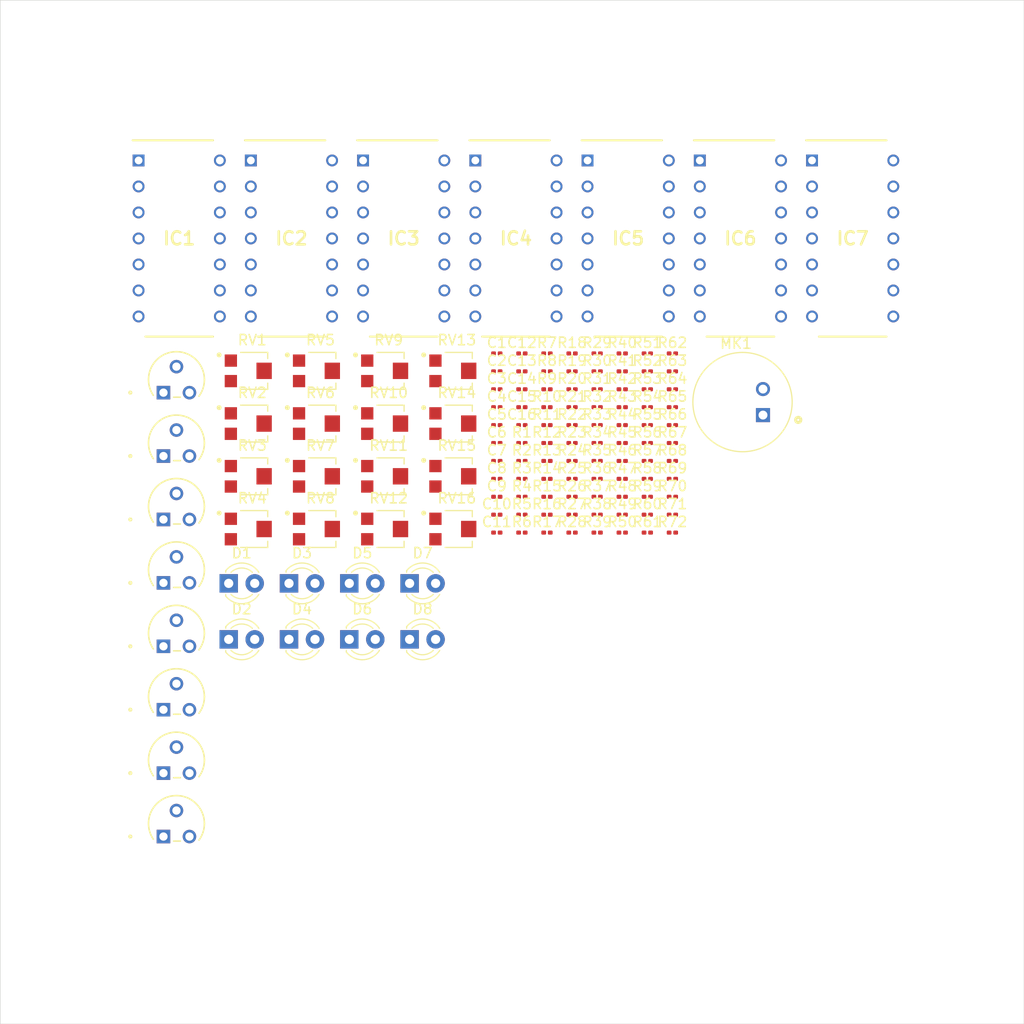
<source format=kicad_pcb>
(kicad_pcb (version 20241229) (generator "pcbnew") (generator_version "9.0")
  (layers (0 "F.Cu" signal) (2 "B.Cu" signal) (13 "F.Paste" user) (15 "B.Paste" user) (5 "F.SilkS" user "F.Silkscreen") (7 "B.SilkS" user "B.Silkscreen") (1 "F.Mask" user) (3 "B.Mask" user) (25 "Edge.Cuts" user))
  (net 0 "")
  (net 1 "Net-(C1-Pad1)")
  (net 2 "Net-(IC1-INPUT_1-)")
  (net 3 "Net-(IC1-INPUT_4-)")
  (net 4 "Net-(C3-Pad1)")
  (net 5 "Net-(IC1-INPUT_3-)")
  (net 6 "Net-(IC1-INPUT_2-)")
  (net 7 "GND")
  (net 8 "Net-(IC1-OUTPUT_2)")
  (net 9 "Net-(IC3-INPUT_4-)")
  (net 10 "Net-(IC3-INPUT_3+)")
  (net 11 "Net-(IC2-INPUT_1-)")
  (net 12 "Net-(IC4-INPUT_4-)")
  (net 13 "Net-(C7-Pad1)")
  (net 14 "Net-(IC2-INPUT_3-)")
  (net 15 "Net-(C10-Pad1)")
  (net 16 "Net-(IC4-INPUT_3+)")
  (net 17 "Net-(IC3-INPUT_1-)")
  (net 18 "Net-(IC6-INPUT_2-)")
  (net 19 "Net-(C11-Pad1)")
  (net 20 "Net-(IC3-INPUT_3-)")
  (net 21 "Net-(IC6-INPUT_4-)")
  (net 22 "Net-(IC4-INPUT_1-)")
  (net 23 "Net-(IC6-INPUT_3+)")
  (net 24 "Net-(C15-Pad1)")
  (net 25 "Net-(IC4-INPUT_3-)")
  (net 26 "Net-(IC2-INPUT_2-)")
  (net 27 "Net-(IC3-INPUT_2-)")
  (net 28 "Net-(IC4-INPUT_2-)")
  (net 29 "Net-(D1-A)")
  (net 30 "Net-(D2-A)")
  (net 31 "Net-(D3-A)")
  (net 32 "Net-(D4-A)")
  (net 33 "-12V")
  (net 34 "+12V")
  (net 35 "Net-(IC2-INPUT_4-)")
  (net 36 "Net-(IC2-INPUT_3+)")
  (net 37 "Net-(IC5-INPUT_1-)")
  (net 38 "Net-(IC5-INPUT_2-)")
  (net 39 "Net-(IC5-INPUT_4-)")
  (net 40 "Net-(IC5-INPUT_3-)")
  (net 41 "Net-(IC6-INPUT_1-)")
  (net 42 "Net-(IC6-INPUT_3-)")
  (net 43 "Net-(R47-Pad2)")
  (net 44 "Net-(IC1-OUTPUT_1)")
  (net 45 "Net-(C5-Pad1)")
  (net 46 "Net-(IC1-OUTPUT_4)")
  (net 47 "Net-(IC1-OUTPUT_3)")
  (net 48 "Net-(IC5-OUTPUT_1)")
  (net 49 "Net-(IC5-OUTPUT_2)")
  (net 50 "Net-(IC5-OUTPUT_4)")
  (net 51 "Net-(C13-Pad1)")
  (net 52 "Net-(IC5-OUTPUT_3)")
  (net 53 "Net-(D5-A)")
  (net 54 "Net-(D6-A)")
  (net 55 "Net-(D7-A)")
  (net 56 "Net-(D8-A)")
  (net 57 "Net-(IC2-INPUT_2+)")
  (net 58 "Net-(IC3-INPUT_2+)")
  (net 59 "Net-(IC4-INPUT_2+)")
  (net 60 "Net-(IC6-INPUT_2+)")
  (net 61 "Net-(IC7-OUTPUT_3)")
  (net 62 "Net-(IC7-INPUT_2-)")
  (net 63 "Net-(IC7-INPUT_1+)")
  (net 64 "Net-(IC7-OUTPUT_2)")
  (net 65 "Net-(IC7-INPUT_4-)")
  (net 66 "Net-(IC7-INPUT_1-)")
  (net 67 "Net-(IC7-INPUT_3-)")
  (net 68 "Net-(IC7-OUTPUT_4)")
  (net 69 "Net-(Q1-B)")
  (net 70 "Net-(Q2-B)")
  (net 71 "Net-(Q3-B)")
  (net 72 "Net-(Q4-B)")
  (net 73 "Net-(Q5-B)")
  (net 74 "Net-(Q6-B)")
  (net 75 "Net-(Q7-B)")
  (net 76 "Net-(Q8-B)")
  (net 77 "Net-(R9-Pad2)")
  (net 78 "Net-(R20-Pad2)")
  (net 79 "Net-(R26-Pad2)")
  (net 80 "Net-(R27-Pad2)")
  (net 81 "Net-(R48-Pad2)")
  (net 82 "Net-(R49-Pad2)")
  (net 83 "Net-(R50-Pad2)")
  (footprint "Project1:TRIM_TC33X-2-101E" (layer "F.Cu") (at 24.32567 36.2)
    (property "Reference" "RV1" (at 0.294315 -3.008465 0) (layer "F.SilkS") (effects (font (size 1.000165 1.000165))))
    (property "Value" "R_Potentiometer_Trim")
    (pad "1" smd rect (at -1.8 -1) (size 1.2 1.2) (layers "F.Cu" "F.Mask" "F.Paste") (net 7 "GND"))
    (pad "2" smd rect (at 1.45 0) (size 1.5 1.6) (layers "F.Cu" "F.Mask" "F.Paste") (net 1 "Net-(C1-Pad1)"))
    (pad "3" smd rect (at -1.8 1) (size 1.2 1.2) (layers "F.Cu" "F.Mask" "F.Paste"))
  )
  (footprint "Resistor_SMD:R_0201_0603Metric" (layer "F.Cu") (at 60.755 41.5)
    (property "Reference" "R44" (at 0 -1.05 0) (layer "F.SilkS"))
    (property "Value" "R")
    (pad "1" smd roundrect (at -0.32 0) (size 0.46 0.4) (layers "F.Cu" "F.Mask") (net 33 "-12V"))
    (pad "2" smd roundrect (at 0.32 0) (size 0.46 0.4) (layers "F.Cu" "F.Mask") (net 9 "Net-(IC3-INPUT_4-)"))
  )
  (footprint "Project1:LM324N" (layer "F.Cu") (at 17.482 23.268)
    (property "Reference" "IC1" (at 0 0 0) (layer "F.SilkS") (effects (font (size 1.27 1.27) (thickness 0.254))))
    (property "Value" "LM324N" (hide yes))
    (pad "1" thru_hole rect (at -3.969 -7.62) (size 1.159 1.159) (drill 0.759) (layers "*.Cu" "*.Mask") (net 44 "Net-(IC1-OUTPUT_1)"))
    (pad "2" thru_hole circle (at -3.969 -5.08) (size 1.159 1.159) (drill 0.759) (layers "*.Cu" "*.Mask") (net 2 "Net-(IC1-INPUT_1-)"))
    (pad "3" thru_hole circle (at -3.969 -2.54) (size 1.159 1.159) (drill 0.759) (layers "*.Cu" "*.Mask") (net 7 "GND"))
    (pad "4" thru_hole circle (at -3.969 0) (size 1.159 1.159) (drill 0.759) (layers "*.Cu" "*.Mask") (net 34 "+12V"))
    (pad "5" thru_hole circle (at -3.969 2.54) (size 1.159 1.159) (drill 0.759) (layers "*.Cu" "*.Mask") (net 7 "GND"))
    (pad "6" thru_hole circle (at -3.969 5.08) (size 1.159 1.159) (drill 0.759) (layers "*.Cu" "*.Mask") (net 6 "Net-(IC1-INPUT_2-)"))
    (pad "7" thru_hole circle (at -3.969 7.62) (size 1.159 1.159) (drill 0.759) (layers "*.Cu" "*.Mask") (net 8 "Net-(IC1-OUTPUT_2)"))
    (pad "8" thru_hole circle (at 3.969 7.62) (size 1.159 1.159) (drill 0.759) (layers "*.Cu" "*.Mask") (net 47 "Net-(IC1-OUTPUT_3)"))
    (pad "9" thru_hole circle (at 3.969 5.08) (size 1.159 1.159) (drill 0.759) (layers "*.Cu" "*.Mask") (net 5 "Net-(IC1-INPUT_3-)"))
    (pad "10" thru_hole circle (at 3.969 2.54) (size 1.159 1.159) (drill 0.759) (layers "*.Cu" "*.Mask") (net 7 "GND"))
    (pad "11" thru_hole circle (at 3.969 0) (size 1.159 1.159) (drill 0.759) (layers "*.Cu" "*.Mask") (net 33 "-12V"))
    (pad "12" thru_hole circle (at 3.969 -2.54) (size 1.159 1.159) (drill 0.759) (layers "*.Cu" "*.Mask") (net 7 "GND"))
    (pad "13" thru_hole circle (at 3.969 -5.08) (size 1.159 1.159) (drill 0.759) (layers "*.Cu" "*.Mask") (net 3 "Net-(IC1-INPUT_4-)"))
    (pad "14" thru_hole circle (at 3.969 -7.62) (size 1.159 1.159) (drill 0.759) (layers "*.Cu" "*.Mask") (net 46 "Net-(IC1-OUTPUT_4)"))
  )
  (footprint "Resistor_SMD:R_0201_0603Metric" (layer "F.Cu") (at 50.955 52)
    (property "Reference" "R6" (at 0 -1.05 0) (layer "F.SilkS"))
    (property "Value" "R")
    (pad "1" smd roundrect (at -0.32 0) (size 0.46 0.4) (layers "F.Cu" "F.Mask") (net 46 "Net-(IC1-OUTPUT_4)"))
    (pad "2" smd roundrect (at 0.32 0) (size 0.46 0.4) (layers "F.Cu" "F.Mask") (net 3 "Net-(IC1-INPUT_4-)"))
  )
  (footprint "Resistor_SMD:R_0201_0603Metric" (layer "F.Cu") (at 63.205 50.25)
    (property "Reference" "R60" (at 0 -1.05 0) (layer "F.SilkS"))
    (property "Value" "R")
    (pad "1" smd roundrect (at -0.32 0) (size 0.46 0.4) (layers "F.Cu" "F.Mask") (net 34 "+12V"))
    (pad "2" smd roundrect (at 0.32 0) (size 0.46 0.4) (layers "F.Cu" "F.Mask") (net 23 "Net-(IC6-INPUT_3+)"))
  )
  (footprint "Resistor_SMD:R_0201_0603Metric" (layer "F.Cu") (at 58.305 39.75)
    (property "Reference" "R32" (at 0 -1.05 0) (layer "F.SilkS"))
    (property "Value" "R")
    (pad "1" smd roundrect (at -0.32 0) (size 0.46 0.4) (layers "F.Cu" "F.Mask") (net 12 "Net-(IC4-INPUT_4-)"))
    (pad "2" smd roundrect (at 0.32 0) (size 0.46 0.4) (layers "F.Cu" "F.Mask") (net 25 "Net-(IC4-INPUT_3-)"))
  )
  (footprint "Project1:TRIM_TC33X-2-101E" (layer "F.Cu") (at 44.30768 46.5)
    (property "Reference" "RV15" (at 0.294315 -3.008465 0) (layer "F.SilkS") (effects (font (size 1.000165 1.000165))))
    (property "Value" "R_Potentiometer_Trim")
    (pad "1" smd rect (at -1.8 -1) (size 1.2 1.2) (layers "F.Cu" "F.Mask" "F.Paste"))
    (pad "2" smd rect (at 1.45 0) (size 1.5 1.6) (layers "F.Cu" "F.Mask" "F.Paste") (net 49 "Net-(IC5-OUTPUT_2)"))
    (pad "3" smd rect (at -1.8 1) (size 1.2 1.2) (layers "F.Cu" "F.Mask" "F.Paste") (net 81 "Net-(R48-Pad2)"))
  )
  (footprint "Resistor_SMD:R_0201_0603Metric" (layer "F.Cu") (at 65.655 43.25)
    (property "Reference" "R67" (at 0 -1.05 0) (layer "F.SilkS"))
    (property "Value" "R")
    (pad "1" smd roundrect (at -0.32 0) (size 0.46 0.4) (layers "F.Cu" "F.Mask") (net 62 "Net-(IC7-INPUT_2-)"))
    (pad "2" smd roundrect (at 0.32 0) (size 0.46 0.4) (layers "F.Cu" "F.Mask") (net 33 "-12V"))
  )
  (footprint "Resistor_SMD:R_0201_0603Metric" (layer "F.Cu") (at 65.655 46.75)
    (property "Reference" "R69" (at 0 -1.05 0) (layer "F.SilkS"))
    (property "Value" "R")
    (pad "1" smd roundrect (at -0.32 0) (size 0.46 0.4) (layers "F.Cu" "F.Mask") (net 7 "GND"))
    (pad "2" smd roundrect (at 0.32 0) (size 0.46 0.4) (layers "F.Cu" "F.Mask") (net 63 "Net-(IC7-INPUT_1+)"))
  )
  (footprint "Resistor_SMD:R_0201_0603Metric" (layer "F.Cu") (at 55.855 38)
    (property "Reference" "R20" (at 0 -1.05 0) (layer "F.SilkS"))
    (property "Value" "R")
    (pad "1" smd roundrect (at -0.32 0) (size 0.46 0.4) (layers "F.Cu" "F.Mask") (net 70 "Net-(Q2-B)"))
    (pad "2" smd roundrect (at 0.32 0) (size 0.46 0.4) (layers "F.Cu" "F.Mask") (net 78 "Net-(R20-Pad2)"))
  )
  (footprint "Project1:TO-92_FAS_NPN" (layer "F.Cu") (at 15.9417 56.9116)
    (property "Reference" "Q4" (hide yes))
    (property "Value" "NPN")
    (pad "1" thru_hole rect (at 0 0) (size 1.3208 1.3208) (drill 0.8128) (layers "*.Cu" "*.Mask") (net 58 "Net-(IC3-INPUT_2+)"))
    (pad "2" thru_hole circle (at 1.27 -2.54) (size 1.3208 1.3208) (drill 0.8128) (layers "*.Cu" "*.Mask") (net 72 "Net-(Q4-B)"))
    (pad "3" thru_hole circle (at 2.54 0) (size 1.3208 1.3208) (drill 0.8128) (layers "*.Cu" "*.Mask") (net 7 "GND"))
  )
  (footprint "Project1:LM324N" (layer "F.Cu") (at 72.302 23.268)
    (property "Reference" "IC6" (at 0 0 0) (layer "F.SilkS") (effects (font (size 1.27 1.27) (thickness 0.254))))
    (property "Value" "LM324N" (hide yes))
    (pad "1" thru_hole rect (at -3.969 -7.62) (size 1.159 1.159) (drill 0.759) (layers "*.Cu" "*.Mask") (net 54 "Net-(D6-A)"))
    (pad "2" thru_hole circle (at -3.969 -5.08) (size 1.159 1.159) (drill 0.759) (layers "*.Cu" "*.Mask") (net 41 "Net-(IC6-INPUT_1-)"))
    (pad "3" thru_hole circle (at -3.969 -2.54) (size 1.159 1.159) (drill 0.759) (layers "*.Cu" "*.Mask") (net 7 "GND"))
    (pad "4" thru_hole circle (at -3.969 0) (size 1.159 1.159) (drill 0.759) (layers "*.Cu" "*.Mask") (net 34 "+12V"))
    (pad "5" thru_hole circle (at -3.969 2.54) (size 1.159 1.159) (drill 0.759) (layers "*.Cu" "*.Mask") (net 60 "Net-(IC6-INPUT_2+)"))
    (pad "6" thru_hole circle (at -3.969 5.08) (size 1.159 1.159) (drill 0.759) (layers "*.Cu" "*.Mask") (net 18 "Net-(IC6-INPUT_2-)"))
    (pad "7" thru_hole circle (at -3.969 7.62) (size 1.159 1.159) (drill 0.759) (layers "*.Cu" "*.Mask") (net 18 "Net-(IC6-INPUT_2-)"))
    (pad "8" thru_hole circle (at 3.969 7.62) (size 1.159 1.159) (drill 0.759) (layers "*.Cu" "*.Mask") (net 42 "Net-(IC6-INPUT_3-)"))
    (pad "9" thru_hole circle (at 3.969 5.08) (size 1.159 1.159) (drill 0.759) (layers "*.Cu" "*.Mask") (net 42 "Net-(IC6-INPUT_3-)"))
    (pad "10" thru_hole circle (at 3.969 2.54) (size 1.159 1.159) (drill 0.759) (layers "*.Cu" "*.Mask") (net 23 "Net-(IC6-INPUT_3+)"))
    (pad "11" thru_hole circle (at 3.969 0) (size 1.159 1.159) (drill 0.759) (layers "*.Cu" "*.Mask") (net 33 "-12V"))
    (pad "12" thru_hole circle (at 3.969 -2.54) (size 1.159 1.159) (drill 0.759) (layers "*.Cu" "*.Mask") (net 7 "GND"))
    (pad "13" thru_hole circle (at 3.969 -5.08) (size 1.159 1.159) (drill 0.759) (layers "*.Cu" "*.Mask") (net 21 "Net-(IC6-INPUT_4-)"))
    (pad "14" thru_hole circle (at 3.969 -7.62) (size 1.159 1.159) (drill 0.759) (layers "*.Cu" "*.Mask") (net 55 "Net-(D7-A)"))
  )
  (footprint "Resistor_SMD:R_0201_0603Metric" (layer "F.Cu") (at 58.305 34.5)
    (property "Reference" "R29" (at 0 -1.05 0) (layer "F.SilkS"))
    (property "Value" "R")
    (pad "1" smd roundrect (at -0.32 0) (size 0.46 0.4) (layers "F.Cu" "F.Mask") (net 12 "Net-(IC4-INPUT_4-)"))
    (pad "2" smd roundrect (at 0.32 0) (size 0.46 0.4) (layers "F.Cu" "F.Mask") (net 56 "Net-(D8-A)"))
  )
  (footprint "LED_THT:LED_D3.0mm" (layer "F.Cu") (at 39.985 56.96)
    (property "Reference" "D7" (at 1.27 -2.96 0) (layer "F.SilkS"))
    (property "Value" "LED")
    (pad "1" thru_hole rect (at 0 0) (size 1.8 1.8) (drill 0.9) (layers "*.Cu" "*.Mask") (net 7 "GND"))
    (pad "2" thru_hole circle (at 2.54 0) (size 1.8 1.8) (drill 0.9) (layers "*.Cu" "*.Mask") (net 55 "Net-(D7-A)"))
  )
  (footprint "Resistor_SMD:R_0201_0603Metric" (layer "F.Cu") (at 60.755 46.75)
    (property "Reference" "R47" (at 0 -1.05 0) (layer "F.SilkS"))
    (property "Value" "R")
    (pad "1" smd roundrect (at -0.32 0) (size 0.46 0.4) (layers "F.Cu" "F.Mask") (net 73 "Net-(Q5-B)"))
    (pad "2" smd roundrect (at 0.32 0) (size 0.46 0.4) (layers "F.Cu" "F.Mask") (net 43 "Net-(R47-Pad2)"))
  )
  (footprint "Capacitor_SMD:C_0201_0603Metric" (layer "F.Cu") (at 48.505 36.25)
    (property "Reference" "C2" (at 0 -1.05 0) (layer "F.SilkS"))
    (property "Value" "C")
    (pad "1" smd roundrect (at -0.32 0) (size 0.46 0.4) (layers "F.Cu" "F.Mask") (net 1 "Net-(C1-Pad1)"))
    (pad "2" smd roundrect (at 0.32 0) (size 0.46 0.4) (layers "F.Cu" "F.Mask") (net 44 "Net-(IC1-OUTPUT_1)"))
  )
  (footprint "Project1:TRIM_TC33X-2-101E" (layer "F.Cu") (at 24.32567 46.5)
    (property "Reference" "RV3" (at 0.294315 -3.008465 0) (layer "F.SilkS") (effects (font (size 1.000165 1.000165))))
    (property "Value" "R_Potentiometer_Trim")
    (pad "1" smd rect (at -1.8 -1) (size 1.2 1.2) (layers "F.Cu" "F.Mask" "F.Paste") (net 7 "GND"))
    (pad "2" smd rect (at 1.45 0) (size 1.5 1.6) (layers "F.Cu" "F.Mask" "F.Paste") (net 45 "Net-(C5-Pad1)"))
    (pad "3" smd rect (at -1.8 1) (size 1.2 1.2) (layers "F.Cu" "F.Mask" "F.Paste"))
  )
  (footprint "Capacitor_SMD:C_0201_0603Metric" (layer "F.Cu") (at 50.955 38)
    (property "Reference" "C14" (at 0 -1.05 0) (layer "F.SilkS"))
    (property "Value" "C")
    (pad "1" smd roundrect (at -0.32 0) (size 0.46 0.4) (layers "F.Cu" "F.Mask") (net 51 "Net-(C13-Pad1)"))
    (pad "2" smd roundrect (at 0.32 0) (size 0.46 0.4) (layers "F.Cu" "F.Mask") (net 39 "Net-(IC5-INPUT_4-)"))
  )
  (footprint "Resistor_SMD:R_0201_0603Metric" (layer "F.Cu") (at 58.305 46.75)
    (property "Reference" "R36" (at 0 -1.05 0) (layer "F.SilkS"))
    (property "Value" "R")
    (pad "1" smd roundrect (at -0.32 0) (size 0.46 0.4) (layers "F.Cu" "F.Mask") (net 17 "Net-(IC3-INPUT_1-)"))
    (pad "2" smd roundrect (at 0.32 0) (size 0.46 0.4) (layers "F.Cu" "F.Mask") (net 30 "Net-(D2-A)"))
  )
  (footprint "Resistor_SMD:R_0201_0603Metric" (layer "F.Cu") (at 58.305 38)
    (property "Reference" "R31" (at 0 -1.05 0) (layer "F.SilkS"))
    (property "Value" "R")
    (pad "1" smd roundrect (at -0.32 0) (size 0.46 0.4) (layers "F.Cu" "F.Mask") (net 34 "+12V"))
    (pad "2" smd roundrect (at 0.32 0) (size 0.46 0.4) (layers "F.Cu" "F.Mask") (net 58 "Net-(IC3-INPUT_2+)"))
  )
  (footprint "Resistor_SMD:R_0201_0603Metric" (layer "F.Cu") (at 55.855 48.5)
    (property "Reference" "R26" (at 0 -1.05 0) (layer "F.SilkS"))
    (property "Value" "R")
    (pad "1" smd roundrect (at -0.32 0) (size 0.46 0.4) (layers "F.Cu" "F.Mask") (net 71 "Net-(Q3-B)"))
    (pad "2" smd roundrect (at 0.32 0) (size 0.46 0.4) (layers "F.Cu" "F.Mask") (net 79 "Net-(R26-Pad2)"))
  )
  (footprint "Resistor_SMD:R_0201_0603Metric" (layer "F.Cu") (at 65.655 52)
    (property "Reference" "R72" (at 0 -1.05 0) (layer "F.SilkS"))
    (property "Value" "R")
    (pad "1" smd roundrect (at -0.32 0) (size 0.46 0.4) (layers "F.Cu" "F.Mask") (net 64 "Net-(IC7-OUTPUT_2)"))
    (pad "2" smd roundrect (at 0.32 0) (size 0.46 0.4) (layers "F.Cu" "F.Mask") (net 68 "Net-(IC7-OUTPUT_4)"))
  )
  (footprint "LED_THT:LED_D3.0mm" (layer "F.Cu") (at 28.205 62.43)
    (property "Reference" "D4" (at 1.27 -2.96 0) (layer "F.SilkS"))
    (property "Value" "LED")
    (pad "1" thru_hole rect (at 0 0) (size 1.8 1.8) (drill 0.9) (layers "*.Cu" "*.Mask") (net 7 "GND"))
    (pad "2" thru_hole circle (at 2.54 0) (size 1.8 1.8) (drill 0.9) (layers "*.Cu" "*.Mask") (net 32 "Net-(D4-A)"))
  )
  (footprint "LED_THT:LED_D3.0mm" (layer "F.Cu") (at 34.095 62.43)
    (property "Reference" "D6" (at 1.27 -2.96 0) (layer "F.SilkS"))
    (property "Value" "LED")
    (pad "1" thru_hole rect (at 0 0) (size 1.8 1.8) (drill 0.9) (layers "*.Cu" "*.Mask") (net 7 "GND"))
    (pad "2" thru_hole circle (at 2.54 0) (size 1.8 1.8) (drill 0.9) (layers "*.Cu" "*.Mask") (net 54 "Net-(D6-A)"))
  )
  (footprint "Resistor_SMD:R_0201_0603Metric" (layer "F.Cu") (at 65.655 34.5)
    (property "Reference" "R62" (at 0 -1.05 0) (layer "F.SilkS"))
    (property "Value" "R")
    (pad "1" smd roundrect (at -0.32 0) (size 0.46 0.4) (layers "F.Cu" "F.Mask") (net 41 "Net-(IC6-INPUT_1-)"))
    (pad "2" smd roundrect (at 0.32 0) (size 0.46 0.4) (layers "F.Cu" "F.Mask") (net 18 "Net-(IC6-INPUT_2-)"))
  )
  (footprint "Resistor_SMD:R_0201_0603Metric" (layer "F.Cu") (at 50.955 45)
    (property "Reference" "R2" (at 0 -1.05 0) (layer "F.SilkS"))
    (property "Value" "R")
    (pad "1" smd roundrect (at -0.32 0) (size 0.46 0.4) (layers "F.Cu" "F.Mask") (net 44 "Net-(IC1-OUTPUT_1)"))
    (pad "2" smd roundrect (at 0.32 0) (size 0.46 0.4) (layers "F.Cu" "F.Mask") (net 2 "Net-(IC1-INPUT_1-)"))
  )
  (footprint "Capacitor_SMD:C_0201_0603Metric" (layer "F.Cu") (at 48.505 38)
    (property "Reference" "C3" (at 0 -1.05 0) (layer "F.SilkS"))
    (property "Value" "C")
    (pad "1" smd roundrect (at -0.32 0) (size 0.46 0.4) (layers "F.Cu" "F.Mask") (net 4 "Net-(C3-Pad1)"))
    (pad "2" smd roundrect (at 0.32 0) (size 0.46 0.4) (layers "F.Cu" "F.Mask") (net 8 "Net-(IC1-OUTPUT_2)"))
  )
  (footprint "Resistor_SMD:R_0201_0603Metric" (layer "F.Cu") (at 63.205 38)
    (property "Reference" "R53" (at 0 -1.05 0) (layer "F.SilkS"))
    (property "Value" "R")
    (pad "1" smd roundrect (at -0.32 0) (size 0.46 0.4) (layers "F.Cu" "F.Mask") (net 21 "Net-(IC6-INPUT_4-)"))
    (pad "2" smd roundrect (at 0.32 0) (size 0.46 0.4) (layers "F.Cu" "F.Mask") (net 42 "Net-(IC6-INPUT_3-)"))
  )
  (footprint "Resistor_SMD:R_0201_0603Metric" (layer "F.Cu") (at 55.855 50.25)
    (property "Reference" "R27" (at 0 -1.05 0) (layer "F.SilkS"))
    (property "Value" "R")
    (pad "1" smd roundrect (at -0.32 0) (size 0.46 0.4) (layers "F.Cu" "F.Mask") (net 72 "Net-(Q4-B)"))
    (pad "2" smd roundrect (at 0.32 0) (size 0.46 0.4) (layers "F.Cu" "F.Mask") (net 80 "Net-(R27-Pad2)"))
  )
  (footprint "Resistor_SMD:R_0201_0603Metric" (layer "F.Cu") (at 50.955 46.75)
    (property "Reference" "R3" (at 0 -1.05 0) (layer "F.SilkS"))
    (property "Value" "R")
    (pad "1" smd roundrect (at -0.32 0) (size 0.46 0.4) (layers "F.Cu" "F.Mask") (net 65 "Net-(IC7-INPUT_4-)"))
    (pad "2" smd roundrect (at 0.32 0) (size 0.46 0.4) (layers "F.Cu" "F.Mask") (net 4 "Net-(C3-Pad1)"))
  )
  (footprint "Project1:TO-92_FAS_NPN" (layer "F.Cu") (at 15.9417 69.3002)
    (property "Reference" "Q6" (hide yes))
    (property "Value" "NPN")
    (pad "1" thru_hole rect (at 0 0) (size 1.3208 1.3208) (drill 0.8128) (layers "*.Cu" "*.Mask") (net 60 "Net-(IC6-INPUT_2+)"))
    (pad "2" thru_hole circle (at 1.27 -2.54) (size 1.3208 1.3208) (drill 0.8128) (layers "*.Cu" "*.Mask") (net 74 "Net-(Q6-B)"))
    (pad "3" thru_hole circle (at 2.54 0) (size 1.3208 1.3208) (drill 0.8128) (layers "*.Cu" "*.Mask") (net 7 "GND"))
  )
  (footprint "Project1:MIC_CMA-4544PF-W" (layer "F.Cu") (at 72.505 39.25)
    (property "Reference" "MK1" (at -0.635215 -5.717015 0) (layer "F.SilkS") (effects (font (size 1.000354 1.000354))))
    (property "Value" "Microphone")
    (pad "1" thru_hole rect (at 2 1.27) (size 1.378 1.378) (drill 0.87) (layers "*.Cu" "*.Mask") (net 63 "Net-(IC7-INPUT_1+)"))
    (pad "2" thru_hole circle (at 2 -1.27) (size 1.378 1.378) (drill 0.87) (layers "*.Cu" "*.Mask") (net 61 "Net-(IC7-OUTPUT_3)"))
  )
  (footprint "LED_THT:LED_D3.0mm" (layer "F.Cu") (at 39.985 62.43)
    (property "Reference" "D8" (at 1.27 -2.96 0) (layer "F.SilkS"))
    (property "Value" "LED")
    (pad "1" thru_hole rect (at 0 0) (size 1.8 1.8) (drill 0.9) (layers "*.Cu" "*.Mask") (net 7 "GND"))
    (pad "2" thru_hole circle (at 2.54 0) (size 1.8 1.8) (drill 0.9) (layers "*.Cu" "*.Mask") (net 56 "Net-(D8-A)"))
  )
  (footprint "LED_THT:LED_D3.0mm" (layer "F.Cu") (at 22.315 56.96)
    (property "Reference" "D1" (at 1.27 -2.96 0) (layer "F.SilkS"))
    (property "Value" "LED")
    (pad "1" thru_hole rect (at 0 0) (size 1.8 1.8) (drill 0.9) (layers "*.Cu" "*.Mask") (net 7 "GND"))
    (pad "2" thru_hole circle (at 2.54 0) (size 1.8 1.8) (drill 0.9) (layers "*.Cu" "*.Mask") (net 29 "Net-(D1-A)"))
  )
  (footprint "LED_THT:LED_D3.0mm" (layer "F.Cu") (at 28.205 56.96)
    (property "Reference" "D3" (at 1.27 -2.96 0) (layer "F.SilkS"))
    (property "Value" "LED")
    (pad "1" thru_hole rect (at 0 0) (size 1.8 1.8) (drill 0.9) (layers "*.Cu" "*.Mask") (net 7 "GND"))
    (pad "2" thru_hole circle (at 2.54 0) (size 1.8 1.8) (drill 0.9) (layers "*.Cu" "*.Mask") (net 31 "Net-(D3-A)"))
  )
  (footprint "Resistor_SMD:R_0201_0603Metric" (layer "F.Cu") (at 53.405 46.75)
    (property "Reference" "R14" (at 0 -1.05 0) (layer "F.SilkS"))
    (property "Value" "R")
    (pad "1" smd roundrect (at -0.32 0) (size 0.46 0.4) (layers "F.Cu" "F.Mask") (net 11 "Net-(IC2-INPUT_1-)"))
    (pad "2" smd roundrect (at 0.32 0) (size 0.46 0.4) (layers "F.Cu" "F.Mask") (net 29 "Net-(D1-A)"))
  )
  (footprint "Capacitor_SMD:C_0201_0603Metric" (layer "F.Cu") (at 50.955 36.25)
    (property "Reference" "C13" (at 0 -1.05 0) (layer "F.SilkS"))
    (property "Value" "C")
    (pad "1" smd roundrect (at -0.32 0) (size 0.46 0.4) (layers "F.Cu" "F.Mask") (net 51 "Net-(C13-Pad1)"))
    (pad "2" smd roundrect (at 0.32 0) (size 0.46 0.4) (layers "F.Cu" "F.Mask") (net 50 "Net-(IC5-OUTPUT_4)"))
  )
  (footprint "Capacitor_SMD:C_0201_0603Metric" (layer "F.Cu") (at 50.955 41.5)
    (property "Reference" "C16" (at 0 -1.05 0) (layer "F.SilkS"))
    (property "Value" "C")
    (pad "1" smd roundrect (at -0.32 0) (size 0.46 0.4) (layers "F.Cu" "F.Mask") (net 24 "Net-(C15-Pad1)"))
    (pad "2" smd roundrect (at 0.32 0) (size 0.46 0.4) (layers "F.Cu" "F.Mask") (net 52 "Net-(IC5-OUTPUT_3)"))
  )
  (footprint "Resistor_SMD:R_0201_0603Metric" (layer "F.Cu") (at 63.205 48.5)
    (property "Reference" "R59" (at 0 -1.05 0) (layer "F.SilkS"))
    (property "Value" "R")
    (pad "1" smd roundrect (at -0.32 0) (size 0.46 0.4) (layers "F.Cu" "F.Mask") (net 34 "+12V"))
    (pad "2" smd roundrect (at 0.32 0) (size 0.46 0.4) (layers "F.Cu" "F.Mask") (net 16 "Net-(IC4-INPUT_3+)"))
  )
  (footprint "Project1:LM324N" (layer "F.Cu") (at 39.41 23.268)
    (property "Reference" "IC3" (at 0 0 0) (layer "F.SilkS") (effects (font (size 1.27 1.27) (thickness 0.254))))
    (property "Value" "LM324N" (hide yes))
    (pad "1" thru_hole rect (at -3.969 -7.62) (size 1.159 1.159) (drill 0.759) (layers "*.Cu" "*.Mask") (net 30 "Net-(D2-A)"))
    (pad "2" thru_hole circle (at -3.969 -5.08) (size 1.159 1.159) (drill 0.759) (layers "*.Cu" "*.Mask") (net 17 "Net-(IC3-INPUT_1-)"))
    (pad "3" thru_hole circle (at -3.969 -2.54) (size 1.159 1.159) (drill 0.759) (layers "*.Cu" "*.Mask") (net 7 "GND"))
    (pad "4" thru_hole circle (at -3.969 0) (size 1.159 1.159) (drill 0.759) (layers "*.Cu" "*.Mask") (net 34 "+12V"))
    (pad "5" thru_hole circle (at -3.969 2.54) (size 1.159 1.159) (drill 0.759) (layers "*.Cu" "*.Mask") (net 58 "Net-(IC3-INPUT_2+)"))
    (pad "6" thru_hole circle (at -3.969 5.08) (size 1.159 1.159) (drill 0.759) (layers "*.Cu" "*.Mask") (net 27 "Net-(IC3-INPUT_2-)"))
    (pad "7" thru_hole circle (at -3.969 7.62) (size 1.159 1.159) (drill 0.759) (layers "*.Cu" "*.Mask") (net 27 "Net-(IC3-INPUT_2-)"))
    (pad "8" thru_hole circle (at 3.969 7.62) (size 1.159 1.159) (drill 0.759) (layers "*.Cu" "*.Mask") (net 20 "Net-(IC3-INPUT_3-)"))
    (pad "9" thru_hole circle (at 3.969 5.08) (size 1.159 1.159) (drill 0.759) (layers "*.Cu" "*.Mask") (net 20 "Net-(IC3-INPUT_3-)"))
    (pad "10" thru_hole circle (at 3.969 2.54) (size 1.159 1.159) (drill 0.759) (layers "*.Cu" "*.Mask") (net 10 "Net-(IC3-INPUT_3+)"))
    (pad "11" thru_hole circle (at 3.969 0) (size 1.159 1.159) (drill 0.759) (layers "*.Cu" "*.Mask") (net 33 "-12V"))
    (pad "12" thru_hole circle (at 3.969 -2.54) (size 1.159 1.159) (drill 0.759) (layers "*.Cu" "*.Mask") (net 7 "GND"))
    (pad "13" thru_hole circle (at 3.969 -5.08) (size 1.159 1.159) (drill 0.759) (layers "*.Cu" "*.Mask") (net 9 "Net-(IC3-INPUT_4-)"))
    (pad "14" thru_hole circle (at 3.969 -7.62) (size 1.159 1.159) (drill 0.759) (layers "*.Cu" "*.Mask") (net 31 "Net-(D3-A)"))
  )
  (footprint "Resistor_SMD:R_0201_0603Metric" (layer "F.Cu") (at 50.955 48.5)
    (property "Reference" "R4" (at 0 -1.05 0) (layer "F.SilkS"))
    (property "Value" "R")
    (pad "1" smd roundrect (at -0.32 0) (size 0.46 0.4) (layers "F.Cu" "F.Mask") (net 8 "Net-(IC1-OUTPUT_2)"))
    (pad "2" smd roundrect (at 0.32 0) (size 0.46 0.4) (layers "F.Cu" "F.Mask") (net 6 "Net-(IC1-INPUT_2-)"))
  )
  (footprint "LED_THT:LED_D3.0mm" (layer "F.Cu") (at 22.315 62.43)
    (property "Reference" "D2" (at 1.27 -2.96 0) (layer "F.SilkS"))
    (property "Value" "LED")
    (pad "1" thru_hole rect (at 0 0) (size 1.8 1.8) (drill 0.9) (layers "*.Cu" "*.Mask") (net 7 "GND"))
    (pad "2" thru_hole circle (at 2.54 0) (size 1.8 1.8) (drill 0.9) (layers "*.Cu" "*.Mask") (net 30 "Net-(D2-A)"))
  )
  (footprint "Resistor_SMD:R_0201_0603Metric" (layer "F.Cu") (at 65.655 48.5)
    (property "Reference" "R70" (at 0 -1.05 0) (layer "F.SilkS"))
    (property "Value" "R")
    (pad "1" smd roundrect (at -0.32 0) (size 0.46 0.4) (layers "F.Cu" "F.Mask") (net 62 "Net-(IC7-INPUT_2-)"))
    (pad "2" smd roundrect (at 0.32 0) (size 0.46 0.4) (layers "F.Cu" "F.Mask") (net 64 "Net-(IC7-OUTPUT_2)"))
  )
  (footprint "Resistor_SMD:R_0201_0603Metric" (layer "F.Cu") (at 63.205 45)
    (property "Reference" "R57" (at 0 -1.05 0) (layer "F.SilkS"))
    (property "Value" "R")
    (pad "1" smd roundrect (at -0.32 0) (size 0.46 0.4) (layers "F.Cu" "F.Mask") (net 50 "Net-(IC5-OUTPUT_4)"))
    (pad "2" smd roundrect (at 0.32 0) (size 0.46 0.4) (layers "F.Cu" "F.Mask") (net 39 "Net-(IC5-INPUT_4-)"))
  )
  (footprint "Project1:TRIM_TC33X-2-101E" (layer "F.Cu") (at 37.64701 46.5)
    (property "Reference" "RV11" (at 0.294315 -3.008465 0) (layer "F.SilkS") (effects (font (size 1.000165 1.000165))))
    (property "Value" "R_Potentiometer_Trim")
    (pad "1" smd rect (at -1.8 -1) (size 1.2 1.2) (layers "F.Cu" "F.Mask" "F.Paste"))
    (pad "2" smd rect (at 1.45 0) (size 1.5 1.6) (layers "F.Cu" "F.Mask" "F.Paste") (net 8 "Net-(IC1-OUTPUT_2)"))
    (pad "3" smd rect (at -1.8 1) (size 1.2 1.2) (layers "F.Cu" "F.Mask" "F.Paste") (net 80 "Net-(R27-Pad2)"))
  )
  (footprint "Capacitor_SMD:C_0201_0603Metric" (layer "F.Cu") (at 50.955 39.75)
    (property "Reference" "C15" (at 0 -1.05 0) (layer "F.SilkS"))
    (property "Value" "C")
    (pad "1" smd roundrect (at -0.32 0) (size 0.46 0.4) (layers "F.Cu" "F.Mask") (net 24 "Net-(C15-Pad1)"))
    (pad "2" smd roundrect (at 0.32 0) (size 0.46 0.4) (layers "F.Cu" "F.Mask") (net 40 "Net-(IC5-INPUT_3-)"))
  )
  (footprint "Resistor_SMD:R_0201_0603Metric" (layer "F.Cu") (at 53.405 38)
    (property "Reference" "R9" (at 0 -1.05 0) (layer "F.SilkS"))
    (property "Value" "R")
    (pad "1" smd roundrect (at -0.32 0) (size 0.46 0.4) (layers "F.Cu" "F.Mask") (net 69 "Net-(Q1-B)"))
    (pad "2" smd roundrect (at 0.32 0) (size 0.46 0.4) (layers "F.Cu" "F.Mask") (net 77 "Net-(R9-Pad2)"))
  )
  (footprint "Project1:LM324N" (layer "F.Cu") (at 61.338 23.268)
    (property "Reference" "IC5" (at 0 0 0) (layer "F.SilkS") (effects (font (size 1.27 1.27) (thickness 0.254))))
    (property "Value" "LM324N" (hide yes))
    (pad "1" thru_hole rect (at -3.969 -7.62) (size 1.159 1.159) (drill 0.759) (layers "*.Cu" "*.Mask") (net 48 "Net-(IC5-OUTPUT_1)"))
    (pad "2" thru_hole circle (at -3.969 -5.08) (size 1.159 1.159) (drill 0.759) (layers "*.Cu" "*.Mask") (net 37 "Net-(IC5-INPUT_1-)"))
    (pad "3" thru_hole circle (at -3.969 -2.54) (size 1.159 1.159) (drill 0.759) (layers "*.Cu" "*.Mask") (net 7 "GND"))
    (pad "4" thru_hole circle (at -3.969 0) (size 1.159 1.159) (drill 0.759) (layers "*.Cu" "*.Mask") (net 34 "+12V"))
    (pad "5" thru_hole circle (at -3.969 2.54) (size 1.159 1.159) (drill 0.759) (layers "*.Cu" "*.Mask") (net 7 "GND"))
    (pad "6" thru_hole circle (at -3.969 5.08) (size 1.159 1.159) (drill 0.759) (layers "*.Cu" "*.Mask") (net 38 "Net-(IC5-INPUT_2-)"))
    (pad "7" thru_hole circle (at -3.969 7.62) (size 1.159 1.159) (drill 0.759) (layers "*.Cu" "*.Mask") (net 49 "Net-(IC5-OUTPUT_2)"))
    (pad "8" thru_hole circle (at 3.969 7.62) (size 1.159 1.159) (drill 0.759) (layers "*.Cu" "*.Mask") (net 52 "Net-(IC5-OUTPUT_3)"))
    (pad "9" thru_hole circle (at 3.969 5.08) (size 1.159 1.159) (drill 0.759) (layers "*.Cu" "*.Mask") (net 40 "Net-(IC5-INPUT_3-)"))
    (pad "10" thru_hole circle (at 3.969 2.54) (size 1.159 1.159) (drill 0.759) (layers "*.Cu" "*.Mask") (net 7 "GND"))
    (pad "11" thru_hole circle (at 3.969 0) (size 1.159 1.159) (drill 0.759) (layers "*.Cu" "*.Mask") (net 33 "-12V"))
    (pad "12" thru_hole circle (at 3.969 -2.54) (size 1.159 1.159) (drill 0.759) (layers "*.Cu" "*.Mask") (net 7 "GND"))
    (pad "13" thru_hole circle (at 3.969 -5.08) (size 1.159 1.159) (drill 0.759) (layers "*.Cu" "*.Mask") (net 39 "Net-(IC5-INPUT_4-)"))
    (pad "14" thru_hole circle (at 3.969 -7.62) (size 1.159 1.159) (drill 0.759) (layers "*.Cu" "*.Mask") (net 50 "Net-(IC5-OUTPUT_4)"))
  )
  (footprint "Resistor_SMD:R_0201_0603Metric" (layer "F.Cu") (at 65.655 45)
    (property "Reference" "R68" (at 0 -1.05 0) (layer "F.SilkS"))
    (property "Value" "R")
    (pad "1" smd roundrect (at -0.32 0) (size 0.46 0.4) (layers "F.Cu" "F.Mask") (net 62 "Net-(IC7-INPUT_2-)"))
    (pad "2" smd roundrect (at 0.32 0) (size 0.46 0.4) (layers "F.Cu" "F.Mask") (net 66 "Net-(IC7-INPUT_1-)"))
  )
  (footprint "Resistor_SMD:R_0201_0603Metric" (layer "F.Cu") (at 55.855 36.25)
    (property "Reference" "R19" (at 0 -1.05 0) (layer "F.SilkS"))
    (property "Value" "R")
    (pad "1" smd roundrect (at -0.32 0) (size 0.46 0.4) (layers "F.Cu" "F.Mask") (net 35 "Net-(IC2-INPUT_4-)"))
    (pad "2" smd roundrect (at 0.32 0) (size 0.46 0.4) (layers "F.Cu" "F.Mask") (net 14 "Net-(IC2-INPUT_3-)"))
  )
  (footprint "Resistor_SMD:R_0201_0603Metric" (layer "F.Cu") (at 53.405 52)
    (property "Reference" "R17" (at 0 -1.05 0) (layer "F.SilkS"))
    (property "Value" "R")
    (pad "1" smd roundrect (at -0.32 0) (size 0.46 0.4) (layers "F.Cu" "F.Mask") (net 35 "Net-(IC2-INPUT_4-)"))
    (pad "2" smd roundrect (at 0.32 0) (size 0.46 0.4) (layers "F.Cu" "F.Mask") (net 32 "Net-(D4-A)"))
  )
  (footprint "Capacitor_SMD:C_0201_0603Metric" (layer "F.Cu") (at 48.505 34.5)
    (property "Reference" "C1" (at 0 -1.05 0) (layer "F.SilkS"))
    (property "Value" "C")
    (pad "1" smd roundrect (at -0.32 0) (size 0.46 0.4) (layers "F.Cu" "F.Mask") (net 1 "Net-(C1-Pad1)"))
    (pad "2" smd roundrect (at 0.32 0) (size 0.46 0.4) (layers "F.Cu" "F.Mask") (net 2 "Net-(IC1-INPUT_1-)"))
  )
  (footprint "Project1:TO-92_FAS_NPN" (layer "F.Cu") (at 15.9417 75.4945)
    (property "Reference" "Q7" (hide yes))
    (property "Value" "NPN")
    (pad "1" thru_hole rect (at 0 0) (size 1.3208 1.3208) (drill 0.8128) (layers "*.Cu" "*.Mask") (net 16 "Net-(IC4-INPUT_3+)"))
    (pad "2" thru_hole circle (at 1.27 -2.54) (size 1.3208 1.3208) (drill 0.8128) (layers "*.Cu" "*.Mask") (net 75 "Net-(Q7-B)"))
    (pad "3" thru_hole circle (at 2.54 0) (size 1.3208 1.3208) (drill 0.8128) (layers "*.Cu" "*.Mask") (net 7 "GND"))
  )
  (footprint "Resistor_SMD:R_0201_0603Metric" (layer "F.Cu") (at 63.205 34.5)
    (property "Reference" "R51" (at 0 -1.05 0) (layer "F.SilkS"))
    (property "Value" "R")
    (pad "1" smd roundrect (at -0.32 0) (size 0.46 0.4) (layers "F.Cu" "F.Mask") (net 33 "-12V"))
    (pad "2" smd roundrect (at 0.32 0) (size 0.46 0.4) (layers "F.Cu" "F.Mask") (net 21 "Net-(IC6-INPUT_4-)"))
  )
  (footprint "Resistor_SMD:R_0201_0603Metric" (layer "F.Cu") (at 55.855 43.25)
    (property "Reference" "R23" (at 0 -1.05 0) (layer "F.SilkS"))
    (property "Value" "R")
    (pad "1" smd roundrect (at -0.32 0) (size 0.46 0.4) (layers "F.Cu" "F.Mask") (net 22 "Net-(IC4-INPUT_1-)"))
    (pad "2" smd roundrect (at 0.32 0) (size 0.46 0.4) (layers "F.Cu" "F.Mask") (net 53 "Net-(D5-A)"))
  )
  (footprint "Resistor_SMD:R_0201_0603Metric" (layer "F.Cu") (at 60.755 45)
    (property "Reference" "R46" (at 0 -1.05 0) (layer "F.SilkS"))
    (property "Value" "R")
    (pad "1" smd roundrect (at -0.32 0) (size 0.46 0.4) (layers "F.Cu" "F.Mask") (net 9 "Net-(IC3-INPUT_4-)"))
    (pad "2" smd roundrect (at 0.32 0) (size 0.46 0.4) (layers "F.Cu" "F.Mask") (net 20 "Net-(IC3-INPUT_3-)"))
  )
  (footprint "Project1:TRIM_TC33X-2-101E" (layer "F.Cu") (at 24.32567 41.35)
    (property "Reference" "RV2" (at 0.294315 -3.008465 0) (layer "F.SilkS") (effects (font (size 1.000165 1.000165))))
    (property "Value" "R_Potentiometer_Trim")
    (pad "1" smd rect (at -1.8 -1) (size 1.2 1.2) (layers "F.Cu" "F.Mask" "F.Paste") (net 7 "GND"))
    (pad "2" smd rect (at 1.45 0) (size 1.5 1.6) (layers "F.Cu" "F.Mask" "F.Paste") (net 4 "Net-(C3-Pad1)"))
    (pad "3" smd rect (at -1.8 1) (size 1.2 1.2) (layers "F.Cu" "F.Mask" "F.Paste"))
  )
  (footprint "Resistor_SMD:R_0201_0603Metric" (layer "F.Cu") (at 60.755 38)
    (property "Reference" "R42" (at 0 -1.05 0) (layer "F.SilkS"))
    (property "Value" "R")
    (pad "1" smd roundrect (at -0.32 0) (size 0.46 0.4) (layers "F.Cu" "F.Mask") (net 59 "Net-(IC4-INPUT_2+)"))
    (pad "2" smd roundrect (at 0.32 0) (size 0.46 0.4) (layers "F.Cu" "F.Mask") (net 7 "GND"))
  )
  (footprint "Resistor_SMD:R_0201_0603Metric" (layer "F.Cu") (at 65.655 38)
    (property "Reference" "R64" (at 0 -1.05 0) (layer "F.SilkS"))
    (property "Value" "R")
    (pad "1" smd roundrect (at -0.32 0) (size 0.46 0.4) (layers "F.Cu" "F.Mask") (net 65 "Net-(IC7-INPUT_4-)"))
    (pad "2" smd roundrect (at 0.32 0) (size 0.46 0.4) (layers "F.Cu" "F.Mask") (net 24 "Net-(C15-Pad1)"))
  )
  (footprint "Resistor_SMD:R_0201_0603Metric" (layer "F.Cu") (at 53.405 36.25)
    (property "Reference" "R8" (at 0 -1.05 0) (layer "F.SilkS"))
    (property "Value" "R")
    (pad "1" smd roundrect (at -0.32 0) (size 0.46 0.4) (layers "F.Cu" "F.Mask") (net 47 "Net-(IC1-OUTPUT_3)"))
    (pad "2" smd roundrect (at 0.32 0) (size 0.46 0.4) (layers "F.Cu" "F.Mask") (net 5 "Net-(IC1-INPUT_3-)"))
  )
  (footprint "Project1:LM324N" (layer "F.Cu") (at 28.446 23.268)
    (property "Reference" "IC2" (at 0 0 0) (layer "F.SilkS") (effects (font (size 1.27 1.27) (thickness 0.254))))
    (property "Value" "LM324N" (hide yes))
    (pad "1" thru_hole rect (at -3.969 -7.62) (size 1.159 1.159) (drill 0.759) (layers "*.Cu" "*.Mask") (net 29 "Net-(D1-A)"))
    (pad "2" thru_hole circle (at -3.969 -5.08) (size 1.159 1.159) (drill 0.759) (layers "*.Cu" "*.Mask") (net 11 "Net-(IC2-INPUT_1-)"))
    (pad "3" thru_hole circle (at -3.969 -2.54) (size 1.159 1.159) (drill 0.759) (layers "*.Cu" "*.Mask") (net 7 "GND"))
    (pad "4" thru_hole circle (at -3.969 0) (size 1.159 1.159) (drill 0.759) (layers "*.Cu" "*.Mask") (net 34 "+12V"))
    (pad "5" thru_hole circle (at -3.969 2.54) (size 1.159 1.159) (drill 0.759) (layers "*.Cu" "*.Mask") (net 57 "Net-(IC2-INPUT_2+)"))
    (pad "6" thru_hole circle (at -3.969 5.08) (size 1.159 1.159) (drill 0.759) (layers "*.Cu" "*.Mask") (net 26 "Net-(IC2-INPUT_2-)"))
    (pad "7" thru_hole circle (at -3.969 7.62) (size 1.159 1.159) (drill 0.759) (layers "*.Cu" "*.Mask") (net 26 "Net-(IC2-INPUT_2-)"))
    (pad "8" thru_hole circle (at 3.969 7.62) (size 1.159 1.159) (drill 0.759) (layers "*.Cu" "*.Mask") (net 14 "Net-(IC2-INPUT_3-)"))
    (pad "9" thru_hole circle (at 3.969 5.08) (size 1.159 1.159) (drill 0.759) (layers "*.Cu" "*.Mask") (net 14 "Net-(IC2-INPUT_3-)"))
    (pad "10" thru_hole circle (at 3.969 2.54) (size 1.159 1.159) (drill 0.759) (layers "*.Cu" "*.Mask") (net 36 "Net-(IC2-INPUT_3+)"))
    (pad "11" thru_hole circle (at 3.969 0) (size 1.159 1.159) (drill 0.759) (layers "*.Cu" "*.Mask") (net 33 "-12V"))
    (pad "12" thru_hole circle (at 3.969 -2.54) (size 1.159 1.159) (drill 0.759) (layers "*.Cu" "*.Mask") (net 7 "GND"))
    (pad "13" thru_hole circle (at 3.969 -5.08) (size 1.159 1.159) (drill 0.759) (layers "*.Cu" "*.Mask") (net 35 "Net-(IC2-INPUT_4-)"))
    (pad "14" thru_hole circle (at 3.969 -7.62) (size 1.159 1.159) (drill 0.759) (layers "*.Cu" "*.Mask") (net 32 "Net-(D4-A)"))
  )
  (footprint "Capacitor_SMD:C_0201_0603Metric" (layer "F.Cu") (at 48.505 48.5)
    (property "Reference" "C9" (at 0 -1.05 0) (layer "F.SilkS"))
    (property "Value" "C")
    (pad "1" smd roundrect (at -0.32 0) (size 0.46 0.4) (layers "F.Cu" "F.Mask") (net 15 "Net-(C10-Pad1)"))
    (pad "2" smd roundrect (at 0.32 0) (size 0.46 0.4) (layers "F.Cu" "F.Mask") (net 48 "Net-(IC5-OUTPUT_1)"))
  )
  (footprint "Resistor_SMD:R_0201_0603Metric" (layer "F.Cu") (at 63.205 39.75)
    (property "Reference" "R54" (at 0 -1.05 0) (layer "F.SilkS"))
    (property "Value" "R")
    (pad "1" smd roundrect (at -0.32 0) (size 0.46 0.4) (layers "F.Cu" "F.Mask") (net 16 "Net-(IC4-INPUT_3+)"))
    (pad "2" smd roundrect (at 0.32 0) (size 0.46 0.4) (layers "F.Cu" "F.Mask") (net 7 "GND"))
  )
  (footprint "Resistor_SMD:R_0201_0603Metric" (layer "F.Cu") (at 55.855 46.75)
    (property "Reference" "R25" (at 0 -1.05 0) (layer "F.SilkS"))
    (property "Value" "R")
    (pad "1" smd roundrect (at -0.32 0) (size 0.46 0.4) (layers "F.Cu" "F.Mask") (net 22 "Net-(IC4-INPUT_1-)"))
    (pad "2" smd roundrect (at 0.32 0) (size 0.46 0.4) (layers "F.Cu" "F.Mask") (net 28 "Net-(IC4-INPUT_2-)"))
  )
  (footprint "Resistor_SMD:R_0201_0603Metric" (layer "F.Cu") (at 65.655 39.75)
    (property "Reference" "R65" (at 0 -1.05 0) (layer "F.SilkS"))
    (property "Value" "R")
    (pad "1" smd roundrect (at -0.32 0) (size 0.46 0.4) (layers "F.Cu" "F.Mask") (net 67 "Net-(IC7-INPUT_3-)"))
    (pad "2" smd roundrect (at 0.32 0) (size 0.46 0.4) (layers "F.Cu" "F.Mask") (net 33 "-12V"))
  )
  (footprint "Project1:TRIM_TC33X-2-101E" (layer "F.Cu") (at 44.30768 51.65)
    (property "Reference" "RV16" (at 0.294315 -3.008465 0) (layer "F.SilkS") (effects (font (size 1.000165 1.000165))))
    (property "Value" "R_Potentiometer_Trim")
    (pad "1" smd rect (at -1.8 -1) (size 1.2 1.2) (layers "F.Cu" "F.Mask" "F.Paste"))
    (pad "2" smd rect (at 1.45 0) (size 1.5 1.6) (layers "F.Cu" "F.Mask" "F.Paste") (net 52 "Net-(IC5-OUTPUT_3)"))
    (pad "3" smd rect (at -1.8 1) (size 1.2 1.2) (layers "F.Cu" "F.Mask" "F.Paste") (net 83 "Net-(R50-Pad2)"))
  )
  (footprint "Resistor_SMD:R_0201_0603Metric" (layer "F.Cu") (at 53.405 34.5)
    (property "Reference" "R7" (at 0 -1.05 0) (layer "F.SilkS"))
    (property "Value" "R")
    (pad "1" smd roundrect (at -0.32 0) (size 0.46 0.4) (layers "F.Cu" "F.Mask") (net 65 "Net-(IC7-INPUT_4-)"))
    (pad "2" smd roundrect (at 0.32 0) (size 0.46 0.4) (layers "F.Cu" "F.Mask") (net 13 "Net-(C7-Pad1)"))
  )
  (footprint "Resistor_SMD:R_0201_0603Metric" (layer "F.Cu") (at 63.205 43.25)
    (property "Reference" "R56" (at 0 -1.05 0) (layer "F.SilkS"))
    (property "Value" "R")
    (pad "1" smd roundrect (at -0.32 0) (size 0.46 0.4) (layers "F.Cu" "F.Mask") (net 33 "-12V"))
    (pad "2" smd roundrect (at 0.32 0) (size 0.46 0.4) (layers "F.Cu" "F.Mask") (net 41 "Net-(IC6-INPUT_1-)"))
  )
  (footprint "Capacitor_SMD:C_0201_0603Metric" (layer "F.Cu") (at 48.505 43.25)
    (property "Reference" "C6" (at 0 -1.05 0) (layer "F.SilkS"))
    (property "Value" "C")
    (pad "1" smd roundrect (at -0.32 0) (size 0.46 0.4) (layers "F.Cu" "F.Mask") (net 45 "Net-(C5-Pad1)"))
    (pad "2" smd roundrect (at 0.32 0) (size 0.46 0.4) (layers "F.Cu" "F.Mask") (net 3 "Net-(IC1-INPUT_4-)"))
  )
  (footprint "Resistor_SMD:R_0201_0603Metric" (layer "F.Cu") (at 65.655 50.25)
    (property "Reference" "R71" (at 0 -1.05 0) (layer "F.SilkS"))
    (property "Value" "R")
    (pad "1" smd roundrect (at -0.32 0) (size 0.46 0.4) (layers "F.Cu" "F.Mask") (net 65 "Net-(IC7-INPUT_4-)"))
    (pad "2" smd roundrect (at 0.32 0) (size 0.46 0.4) (layers "F.Cu" "F.Mask") (net 68 "Net-(IC7-OUTPUT_4)"))
  )
  (footprint "Project1:TRIM_TC33X-2-101E" (layer "F.Cu") (at 30.98634 41.35)
    (property "Reference" "RV6" (at 0.294315 -3.008465 0) (layer "F.SilkS") (effects (font (size 1.000165 1.000165))))
    (property "Value" "R_Potentiometer_Trim")
    (pad "1" smd rect (at -1.8 -1) (size 1.2 1.2) (layers "F.Cu" "F.Mask" "F.Paste") (net 7 "GND"))
    (pad "2" smd rect (at 1.45 0) (size 1.5 1.6) (layers "F.Cu" "F.Mask" "F.Paste") (net 19 "Net-(C11-Pad1)"))
    (pad "3" smd rect (at -1.8 1) (size 1.2 1.2) (layers "F.Cu" "F.Mask" "F.Paste"))
  )
  (footprint "Resistor_SMD:R_0201_0603Metric" (layer "F.Cu") (at 58.305 52)
    (property "Reference" "R39" (at 0 -1.05 0) (layer "F.SilkS"))
    (property "Value" "R")
    (pad "1" smd roundrect (at -0.32 0) (size 0.46 0.4) (layers "F.Cu" "F.Mask") (net 48 "Net-(IC5-OUTPUT_1)"))
    (pad "2" smd roundrect (at 0.32 0) (size 0.46 0.4) (layers "F.Cu" "F.Mask") (net 37 "Net-(IC5-INPUT_1-)"))
  )
  (footprint "LED_THT:LED_D3.0mm" (layer "F.Cu") (at 34.095 56.96)
    (property "Reference" "D5" (at 1.27 -2.96 0) (layer "F.SilkS"))
    (property "Value" "LED")
    (pad "1" thru_hole rect (at 0 0) (size 1.8 1.8) (drill 0.9) (layers "*.Cu" "*.Mask") (net 7 "GND"))
    (pad "2" thru_hole circle (at 2.54 0) (size 1.8 1.8) (drill 0.9) (layers "*.Cu" "*.Mask") (net 53 "Net-(D5-A)"))
  )
  (footprint "Resistor_SMD:R_0201_0603Metric" (layer "F.Cu") (at 63.205 52)
    (property "Reference" "R61" (at 0 -1.05 0) (layer "F.SilkS"))
    (property "Value" "R")
    (pad "1" smd roundrect (at -0.32 0) (size 0.46 0.4) (layers "F.Cu" "F.Mask") (net 41 "Net-(IC6-INPUT_1-)"))
    (pad "2" smd roundrect (at 0.32 0) (size 0.46 0.4) (layers "F.Cu" "F.Mask") (net 54 "Net-(D6-A)"))
  )
  (footprint "Project1:TRIM_TC33X-2-101E" (layer "F.Cu") (at 30.98634 46.5)
    (property "Reference" "RV7" (at 0.294315 -3.008465 0) (layer "F.SilkS") (effects (font (size 1.000165 1.000165))))
    (property "Value" "R_Potentiometer_Trim")
    (pad "1" smd rect (at -1.8 -1) (size 1.2 1.2) (layers "F.Cu" "F.Mask" "F.Paste") (net 7 "GND"))
    (pad "2" smd rect (at 1.45 0) (size 1.5 1.6) (layers "F.Cu" "F.Mask" "F.Paste") (net 51 "Net-(C13-Pad1)"))
    (pad "3" smd rect (at -1.8 1) (size 1.2 1.2) (layers "F.Cu" "F.Mask" "F.Paste"))
  )
  (footprint "Capacitor_SMD:C_0201_0603Metric" (layer "F.Cu") (at 50.955 34.5)
    (property "Reference" "C12" (at 0 -1.05 0) (layer "F.SilkS"))
    (property "Value" "C")
    (pad "1" smd roundrect (at -0.32 0) (size 0.46 0.4) (layers "F.Cu" "F.Mask") (net 19 "Net-(C11-Pad1)"))
    (pad "2" smd roundrect (at 0.32 0) (size 0.46 0.4) (layers "F.Cu" "F.Mask") (net 49 "Net-(IC5-OUTPUT_2)"))
  )
  (footprint "Project1:TRIM_TC33X-2-101E" (layer "F.Cu") (at 37.64701 41.35)
    (property "Reference" "RV10" (at 0.294315 -3.008465 0) (layer "F.SilkS") (effects (font (size 1.000165 1.000165))))
    (property "Value" "R_Potentiometer_Trim")
    (pad "1" smd rect (at -1.8 -1) (size 1.2 1.2) (layers "F.Cu" "F.Mask" "F.Paste"))
    (pad "2" smd rect (at 1.45 0) (size 1.5 1.6) (layers "F.Cu" "F.Mask" "F.Paste") (net 46 "Net-(IC1-OUTPUT_4)"))
    (pad "3" smd rect (at -1.8 1) (size 1.2 1.2) (layers "F.Cu" "F.Mask" "F.Paste") (net 78 "Net-(R20-Pad2)"))
  )
  (footprint "Resistor_SMD:R_0201_0603Metric" (layer "F.Cu") (at 53.405 43.25)
    (property "Reference" "R12" (at 0 -1.05 0) (layer "F.SilkS"))
    (property "Value" "R")
    (pad "1" smd roundrect (at -0.32 0) (size 0.46 0.4) (layers "F.Cu" "F.Mask") (net 11 "Net-(IC2-INPUT_1-)"))
    (pad "2" smd roundrect (at 0.32 0) (size 0.46 0.4) (layers "F.Cu" "F.Mask") (net 26 "Net-(IC2-INPUT_2-)"))
  )
  (footprint "Resistor_SMD:R_0201_0603Metric" (layer "F.Cu") (at 60.755 43.25)
    (property "Reference" "R45" (at 0 -1.05 0) (layer "F.SilkS"))
    (property "Value" "R")
    (pad "1" smd roundrect (at -0.32 0) (size 0.46 0.4) (layers "F.Cu" "F.Mask") (net 9 "Net-(IC3-INPUT_4-)"))
    (pad "2" smd roundrect (at 0.32 0) (size 0.46 0.4) (layers "F.Cu" "F.Mask") (net 31 "Net-(D3-A)"))
  )
  (footprint "Resistor_SMD:R_0201_0603Metric" (layer "F.Cu") (at 50.955 43.25)
    (property "Reference" "R1" (at 0 -1.05 0) (layer "F.SilkS"))
    (property "Value" "R")
    (pad "1" smd roundrect (at -0.32 0) (size 0.46 0.4) (layers "F.Cu" "F.Mask") (net 65 "Net-(IC7-INPUT_4-)"))
    (pad "2" smd roundrect (at 0.32 0) (size 0.46 0.4) (layers "F.Cu" "F.Mask") (net 1 "Net-(C1-Pad1)"))
  )
  (footprint "Project1:TO-92_FAS_NPN" (layer "F.Cu") (at 15.9417 81.6888)
    (property "Reference" "Q8" (hide yes))
    (property "Value" "NPN")
    (pad "1" thru_hole rect (at 0 0) (size 1.3208 1.3208) (drill 0.8128) (layers "*.Cu" "*.Mask") (net 23 "Net-(IC6-INPUT_3+)"))
    (pad "2" thru_hole circle (at 1.27 -2.54) (size 1.3208 1.3208) (drill 0.8128) (layers "*.Cu" "*.Mask") (net 76 "Net-(Q8-B)"))
    (pad "3" thru_hole circle (at 2.54 0) (size 1.3208 1.3208) (drill 0.8128) (layers "*.Cu" "*.Mask") (net 7 "GND"))
  )
  (footprint "Resistor_SMD:R_0201_0603Metric" (layer "F.Cu") (at 53.405 39.75)
    (property "Reference" "R10" (at 0 -1.05 0) (layer "F.SilkS"))
    (property "Value" "R")
    (pad "1" smd roundrect (at -0.32 0) (size 0.46 0.4) (layers "F.Cu" "F.Mask") (net 57 "Net-(IC2-INPUT_2+)"))
    (pad "2" smd roundrect (at 0.32 0) (size 0.46 0.4) (layers "F.Cu" "F.Mask") (net 7 "GND"))
  )
  (footprint "Resistor_SMD:R_0201_0603Metric" (layer "F.Cu") (at 60.755 52)
    (property "Reference" "R50" (at 0 -1.05 0) (layer "F.SilkS"))
    (property "Value" "R")
    (pad "1" smd roundrect (at -0.32 0) (size 0.46 0.4) (layers "F.Cu" "F.Mask") (net 76 "Net-(Q8-B)"))
    (pad "2" smd roundrect (at 0.32 0) (size 0.46 0.4) (layers "F.Cu" "F.Mask") (net 83 "Net-(R50-Pad2)"))
  )
  (footprint "Resistor_SMD:R_0201_0603Metric" (layer "F.Cu") (at 63.205 41.5)
    (property "Reference" "R55" (at 0 -1.05 0) (layer "F.SilkS"))
    (property "Value" "R")
    (pad "1" smd roundrect (at -0.32 0) (size 0.46 0.4) (layers "F.Cu" "F.Mask") (net 23 "Net-(IC6-INPUT_3+)"))
    (pad "2" smd roundrect (at 0.32 0) (size 0.46 0.4) (layers "F.Cu" "F.Mask") (net 7 "GND"))
  )
  (footprint "Resistor_SMD:R_0201_0603Metric" (layer "F.Cu") (at 55.855 52)
    (property "Reference" "R28" (at 0 -1.05 0) (layer "F.SilkS"))
    (property "Value" "R")
    (pad "1" smd roundrect (at -0.32 0) (size 0.46 0.4) (layers "F.Cu" "F.Mask") (net 33 "-12V"))
    (pad "2" smd roundrect (at 0.32 0) (size 0.46 0.4) (layers "F.Cu" "F.Mask") (net 12 "Net-(IC4-INPUT_4-)"))
  )
  (footprint "Capacitor_SMD:C_0201_0603Metric" (layer "F.Cu") (at 48.505 46.75)
    (property "Reference" "C8" (at 0 -1.05 0) (layer "F.SilkS"))
    (property "Value" "C")
    (pad "1" smd roundrect (at -0.32 0) (size 0.46 0.4) (layers "F.Cu" "F.Mask") (net 13 "Net-(C7-Pad1)"))
    (pad "2" smd roundrect (at 0.32 0) (size 0.46 0.4) (layers "F.Cu" "F.Mask") (net 5 "Net-(IC1-INPUT_3-)"))
  )
  (footprint "Resistor_SMD:R_0201_0603Metric" (layer "F.Cu") (at 55.855 34.5)
    (property "Reference" "R18" (at 0 -1.05 0) (layer "F.SilkS"))
    (property "Value" "R")
    (pad "1" smd roundrect (at -0.32 0) (size 0.46 0.4) (layers "F.Cu" "F.Mask") (net 36 "Net-(IC2-INPUT_3+)"))
    (pad "2" smd roundrect (at 0.32 0) (size 0.46 0.4) (layers "F.Cu" "F.Mask") (net 7 "GND"))
  )
  (footprint "Resistor_SMD:R_0201_0603Metric" (layer "F.Cu") (at 60.755 36.25)
    (property "Reference" "R41" (at 0 -1.05 0) (layer "F.SilkS"))
    (property "Value" "R")
    (pad "1" smd roundrect (at -0.32 0) (size 0.46 0.4) (layers "F.Cu" "F.Mask") (net 17 "Net-(IC3-INPUT_1-)"))
    (pad "2" smd roundrect (at 0.32 0) (size 0.46 0.4) (layers "F.Cu" "F.Mask") (net 27 "Net-(IC3-INPUT_2-)"))
  )
  (footprint "Resistor_SMD:R_0201_0603Metric" (layer "F.Cu") (at 53.405 41.5)
    (property "Reference" "R11" (at 0 -1.05 0) (layer "F.SilkS"))
    (property "Value" "R")
    (pad "1" smd roundrect (at -0.32 0) (size 0.46 0.4) (layers "F.Cu" "F.Mask") (net 34 "+12V"))
    (pad "2" smd roundrect (at 0.32 0) (size 0.46 0.4) (layers "F.Cu" "F.Mask") (net 57 "Net-(IC2-INPUT_2+)"))
  )
  (footprint "Project1:TRIM_TC33X-2-101E" (layer "F.Cu") (at 37.64701 51.65)
    (property "Reference" "RV12" (at 0.294315 -3.008465 0) (layer "F.SilkS") (effects (font (size 1.000165 1.000165))))
    (property "Value" "R_Potentiometer_Trim")
    (pad "1" smd rect (at -1.8 -1) (size 1.2 1.2) (layers "F.Cu" "F.Mask" "F.Paste"))
    (pad "2" smd rect (at 1.45 0) (size 1.5 1.6) (layers "F.Cu" "F.Mask" "F.Paste") (net 47 "Net-(IC1-OUTPUT_3)"))
    (pad "3" smd rect (at -1.8 1) (size 1.2 1.2) (layers "F.Cu" "F.Mask" "F.Paste") (net 79 "Net-(R26-Pad2)"))
  )
  (footprint "Project1:TO-92_FAS_NPN" (layer "F.Cu") (at 15.9417 38.3287)
    (property "Reference" "Q1" (hide yes))
    (property "Value" "NPN")
    (pad "1" thru_hole rect (at 0 0) (size 1.3208 1.3208) (drill 0.8128) (layers "*.Cu" "*.Mask") (net 57 "Net-(IC2-INPUT_2+)"))
    (pad "2" thru_hole circle (at 1.27 -2.54) (size 1.3208 1.3208) (drill 0.8128) (layers "*.Cu" "*.Mask") (net 69 "Net-(Q1-B)"))
    (pad "3" thru_hole circle (at 2.54 0) (size 1.3208 1.3208) (drill 0.8128) (layers "*.Cu" "*.Mask") (net 7 "GND"))
  )
  (footprint "Project1:TRIM_TC33X-2-101E" (layer "F.Cu") (at 44.30768 41.35)
    (property "Reference" "RV14" (at 0.294315 -3.008465 0) (layer "F.SilkS") (effects (font (size 1.000165 1.000165))))
    (property "Value" "R_Potentiometer_Trim")
    (pad "1" smd rect (at -1.8 -1) (size 1.2 1.2) (layers "F.Cu" "F.Mask" "F.Paste"))
    (pad "2" smd rect (at 1.45 0) (size 1.5 1.6) (layers "F.Cu" "F.Mask" "F.Paste") (net 50 "Net-(IC5-OUTPUT_4)"))
    (pad "3" smd rect (at -1.8 1) (size 1.2 1.2) (layers "F.Cu" "F.Mask" "F.Paste") (net 82 "Net-(R49-Pad2)"))
  )
  (footprint "Resistor_SMD:R_0201_0603Metric" (layer "F.Cu") (at 60.755 48.5)
    (property "Reference" "R48" (at 0 -1.05 0) (layer "F.SilkS"))
    (property "Value" "R")
    (pad "1" smd roundrect (at -0.32 0) (size 0.46 0.4) (layers "F.Cu" "F.Mask") (net 74 "Net-(Q6-B)"))
    (pad "2" smd roundrect (at 0.32 0) (size 0.46 0.4) (layers "F.Cu" "F.Mask") (net 81 "Net-(R48-Pad2)"))
  )
  (footprint "Resistor_SMD:R_0201_0603Metric" (layer "F.Cu") (at 55.855 41.5)
    (property "Reference" "R22" (at 0 -1.05 0) (layer "F.SilkS"))
    (property "Value" "R")
    (pad "1" smd roundrect (at -0.32 0) (size 0.46 0.4) (layers "F.Cu" "F.Mask") (net 34 "+12V"))
    (pad "2" smd roundrect (at 0.32 0) (size 0.46 0.4) (layers "F.Cu" "F.Mask") (net 10 "Net-(IC3-INPUT_3+)"))
  )
  (footprint "Capacitor_SMD:C_0201_0603Metric" (layer "F.Cu") (at 48.505 39.75)
    (property "Reference" "C4" (at 0 -1.05 0) (layer "F.SilkS"))
    (property "Value" "C")
    (pad "1" smd roundrect (at -0.32 0) (size 0.46 0.4) (layers "F.Cu" "F.Mask") (net 4 "Net-(C3-Pad1)"))
    (pad "2" smd roundrect (at 0.32 0) (size 0.46 0.4) (layers "F.Cu" "F.Mask") (net 6 "Net-(IC1-INPUT_2-)"))
  )
  (footprint "Project1:TRIM_TC33X-2-101E" (layer "F.Cu") (at 30.98634 36.2)
    (property "Reference" "RV5" (at 0.294315 -3.008465 0) (layer "F.SilkS") (effects (font (size 1.000165 1.000165))))
    (property "Value" "R_Potentiometer_Trim")
    (pad "1" smd rect (at -1.8 -1) (size 1.2 1.2) (layers "F.Cu" "F.Mask" "F.Paste") (net 7 "GND"))
    (pad "2" smd rect (at 1.45 0) (size 1.5 1.6) (layers "F.Cu" "F.Mask" "F.Paste") (net 15 "Net-(C10-Pad1)"))
    (pad "3" smd rect (at -1.8 1) (size 1.2 1.2) (layers "F.Cu" "F.Mask" "F.Paste"))
  )
  (footprint "Project1:TO-92_FAS_NPN" (layer "F.Cu") (at 15.9417 50.7173)
    (property "Reference" "Q3" (hide yes))
    (property "Value" "NPN")
    (pad "1" thru_hole rect (at 0 0) (size 1.3208 1.3208) (drill 0.8128) (layers "*.Cu" "*.Mask") (net 10 "Net-(IC3-INPUT_3+)"))
    (pad "2" thru_hole circle (at 1.27 -2.54) (size 1.3208 1.3208) (drill 0.8128) (layers "*.Cu" "*.Mask") (net 71 "Net-(Q3-B)"))
    (pad "3" thru_hole circle (at 2.54 0) (size 1.3208 1.3208) (drill 0.8128) (layers "*.Cu" "*.Mask") (net 7 "GND"))
  )
  (footprint "Resistor_SMD:R_0201_0603Metric" (layer "F.Cu") (at 60.755 34.5)
    (property "Reference" "R40" (at 0 -1.05 0) (layer "F.SilkS"))
    (property "Value" "R")
    (pad "1" smd roundrect (at -0.32 0) (size 0.46 0.4) (layers "F.Cu" "F.Mask") (net 49 "Net-(IC5-OUTPUT_2)"))
    (pad "2" smd roundrect (at 0.32 0) (size 0.46 0.4) (layers "F.Cu" "F.Mask") (net 38 "Net-(IC5-INPUT_2-)"))
  )
  (footprint "Resistor_SMD:R_0201_0603Metric" (layer "F.Cu") (at 55.855 45)
    (property "Reference" "R24" (at 0 -1.05 0) (layer "F.SilkS"))
    (property "Value" "R")
    (pad "1" smd roundrect (at -0.32 0) (size 0.46 0.4) (layers "F.Cu" "F.Mask") (net 10 "Net-(IC3-INPUT_3+)"))
    (pad "2" smd roundrect (at 0.32 0) (size 0.46 0.4) (layers "F.Cu" "F.Mask") (net 7 "GND"))
  )
  (footprint "Resistor_SMD:R_0201_0603Metric" (layer "F.Cu") (at 58.305 45)
    (property "Reference" "R35" (at 0 -1.05 0) (layer "F.SilkS"))
    (property "Value" "R")
    (pad "1" smd roundrect (at -0.32 0) (size 0.46 0.4) (layers "F.Cu" "F.Mask") (net 33 "-12V"))
    (pad "2" smd roundrect (at 0.32 0) (size 0.46 0.4) (layers "F.Cu" "F.Mask") (net 17 "Net-(IC3-INPUT_1-)"))
  )
  (footprint "Resistor_SMD:R_0201_0603Metric" (layer "F.Cu") (at 63.205 46.75)
    (property "Reference" "R58" (at 0 -1.05 0) (layer "F.SilkS"))
    (property "Value" "R")
    (pad "1" smd roundrect (at -0.32 0) (size 0.46 0.4) (layers "F.Cu" "F.Mask") (net 52 "Net-(IC5-OUTPUT_3)"))
    (pad "2" smd roundrect (at 0.32 0) (size 0.46 0.4) (layers "F.Cu" "F.Mask") (net 40 "Net-(IC5-INPUT_3-)"))
  )
  (footprint "Project1:TRIM_TC33X-2-101E" (layer "F.Cu") (at 37.64701 36.2)
    (property "Reference" "RV9" (at 0.294315 -3.008465 0) (layer "F.SilkS") (effects (font (size 1.000165 1.000165))))
    (property "Value" "R_Potentiometer_Trim")
    (pad "1" smd rect (at -1.8 -1) (size 1.2 1.2) (layers "F.Cu" "F.Mask" "F.Paste"))
    (pad "2" smd rect (at 1.45 0) (size 1.5 1.6) (layers "F.Cu" "F.Mask" "F.Paste") (net 44 "Net-(IC1-OUTPUT_1)"))
    (pad "3" smd rect (at -1.8 1) (size 1.2 1.2) (layers "F.Cu" "F.Mask" "F.Paste") (net 77 "Net-(R9-Pad2)"))
  )
  (footprint "Resistor_SMD:R_0201_0603Metric" (layer "F.Cu") (at 53.405 48.5)
    (property "Reference" "R15" (at 0 -1.05 0) (layer "F.SilkS"))
    (property "Value" "R")
    (pad "1" smd roundrect (at -0.32 0) (size 0.46 0.4) (layers "F.Cu" "F.Mask") (net 33 "-12V"))
    (pad "2" smd roundrect (at 0.32 0) (size 0.46 0.4) (layers "F.Cu" "F.Mask") (net 35 "Net-(IC2-INPUT_4-)"))
  )
  (footprint "Capacitor_SMD:C_0201_0603Metric" (layer "F.Cu") (at 48.505 52)
    (property "Reference" "C11" (at 0 -1.05 0) (layer "F.SilkS"))
    (property "Value" "C")
    (pad "1" smd roundrect (at -0.32 0) (size 0.46 0.4) (layers "F.Cu" "F.Mask") (net 19 "Net-(C11-Pad1)"))
    (pad "2" smd roundrect (at 0.32 0) (size 0.46 0.4) (layers "F.Cu" "F.Mask") (net 38 "Net-(IC5-INPUT_2-)"))
  )
  (footprint "Resistor_SMD:R_0201_0603Metric" (layer "F.Cu") (at 60.755 39.75)
    (property "Reference" "R43" (at 0 -1.05 0) (layer "F.SilkS"))
    (property "Value" "R")
    (pad "1" smd roundrect (at -0.32 0) (size 0.46 0.4) (layers "F.Cu" "F.Mask") (net 60 "Net-(IC6-INPUT_2+)"))
    (pad "2" smd roundrect (at 0.32 0) (size 0.46 0.4) (layers "F.Cu" "F.Mask") (net 7 "GND"))
  )
  (footprint "Resistor_SMD:R_0201_0603Metric" (layer "F.Cu") (at 63.205 36.25)
    (property "Reference" "R52" (at 0 -1.05 0) (layer "F.SilkS"))
    (property "Value" "R")
    (pad "1" smd roundrect (at -0.32 0) (size 0.46 0.4) (layers "F.Cu" "F.Mask") (net 21 "Net-(IC6-INPUT_4-)"))
    (pad "2" smd roundrect (at 0.32 0) (size 0.46 0.4) (layers "F.Cu" "F.Mask") (net 55 "Net-(D7-A)"))
  )
  (footprint "Resistor_SMD:R_0201_0603Metric" (layer "F.Cu") (at 58.305 41.5)
    (property "Reference" "R33" (at 0 -1.05 0) (layer "F.SilkS"))
    (property "Value" "R")
    (pad "1" smd roundrect (at -0.32 0) (size 0.46 0.4) (layers "F.Cu" "F.Mask") (net 65 "Net-(IC7-INPUT_4-)"))
    (pad "2" smd roundrect (at 0.32 0) (size 0.46 0.4) (layers "F.Cu" "F.Mask") (net 15 "Net-(C10-Pad1)"))
  )
  (footprint "Resistor_SMD:R_0201_0603Metric" (layer "F.Cu") (at 58.305 36.25)
    (property "Reference" "R30" (at 0 -1.05 0) (layer "F.SilkS"))
    (property "Value" "R")
    (pad "1" smd roundrect (at -0.32 0) (size 0.46 0.4) (layers "F.Cu" "F.Mask") (net 58 "Net-(IC3-INPUT_2+)"))
    (pad "2" smd roundrect (at 0.32 0) (size 0.46 0.4) (layers "F.Cu" "F.Mask") (net 7 "GND"))
  )
  (footprint "Resistor_SMD:R_0201_0603Metric" (layer "F.Cu") (at 58.305 50.25)
    (property "Reference" "R38" (at 0 -1.05 0) (layer "F.SilkS"))
    (property "Value" "R")
    (pad "1" smd roundrect (at -0.32 0) (size 0.46 0.4) (layers "F.Cu" "F.Mask") (net 34 "+12V"))
    (pad "2" smd roundrect (at 0.32 0) (size 0.46 0.4) (layers "F.Cu" "F.Mask") (net 60 "Net-(IC6-INPUT_2+)"))
  )
  (footprint "Project1:TRIM_TC33X-2-101E" (layer "F.Cu") (at 24.32567 51.65)
    (property "Reference" "RV4" (at 0.294315 -3.008465 0) (layer "F.SilkS") (effects (font (size 1.000165 1.000165))))
    (property "Value" "R_Potentiometer_Trim")
    (pad "1" smd rect (at -1.8 -1) (size 1.2 1.2) (layers "F.Cu" "F.Mask" "F.Paste") (net 7 "GND"))
    (pad "2" smd rect (at 1.45 0) (size 1.5 1.6) (layers "F.Cu" "F.Mask" "F.Paste") (net 13 "Net-(C7-Pad1)"))
    (pad "3" smd rect (at -1.8 1) (size 1.2 1.2) (layers "F.Cu" "F.Mask" "F.Paste"))
  )
  (footprint "Project1:LM324N" (layer "F.Cu") (at 83.266 23.268)
    (property "Reference" "IC7" (at 0 0 0) (layer "F.SilkS") (effects (font (size 1.27 1.27) (thickness 0.254))))
    (property "Value" "LM324N" (hide yes))
    (pad "1" thru_hole rect (at -3.969 -7.62) (size 1.159 1.159) (drill 0.759) (layers "*.Cu" "*.Mask") (net 66 "Net-(IC7-INPUT_1-)"))
    (pad "2" thru_hole circle (at -3.969 -5.08) (size 1.159 1.159) (drill 0.759) (layers "*.Cu" "*.Mask") (net 66 "Net-(IC7-INPUT_1-)"))
    (pad "3" thru_hole circle (at -3.969 -2.54) (size 1.159 1.159) (drill 0.759) (layers "*.Cu" "*.Mask") (net 63 "Net-(IC7-INPUT_1+)"))
    (pad "4" thru_hole circle (at -3.969 0) (size 1.159 1.159) (drill 0.759) (layers "*.Cu" "*.Mask") (net 34 "+12V"))
    (pad "5" thru_hole circle (at -3.969 2.54) (size 1.159 1.159) (drill 0.759) (layers "*.Cu" "*.Mask") (net 7 "GND"))
    (pad "6" thru_hole circle (at -3.969 5.08) (size 1.159 1.159) (drill 0.759) (layers "*.Cu" "*.Mask") (net 62 "Net-(IC7-INPUT_2-)"))
    (pad "7" thru_hole circle (at -3.969 7.62) (size 1.159 1.159) (drill 0.759) (layers "*.Cu" "*.Mask") (net 64 "Net-(IC7-OUTPUT_2)"))
    (pad "8" thru_hole circle (at 3.969 7.62) (size 1.159 1.159) (drill 0.759) (layers "*.Cu" "*.Mask") (net 61 "Net-(IC7-OUTPUT_3)"))
    (pad "9" thru_hole circle (at 3.969 5.08) (size 1.159 1.159) (drill 0.759) (layers "*.Cu" "*.Mask") (net 67 "Net-(IC7-INPUT_3-)"))
    (pad "10" thru_hole circle (at 3.969 2.54) (size 1.159 1.159) (drill 0.759) (layers "*.Cu" "*.Mask") (net 7 "GND"))
    (pad "11" thru_hole circle (at 3.969 0) (size 1.159 1.159) (drill 0.759) (layers "*.Cu" "*.Mask") (net 33 "-12V"))
    (pad "12" thru_hole circle (at 3.969 -2.54) (size 1.159 1.159) (drill 0.759) (layers "*.Cu" "*.Mask") (net 7 "GND"))
    (pad "13" thru_hole circle (at 3.969 -5.08) (size 1.159 1.159) (drill 0.759) (layers "*.Cu" "*.Mask") (net 65 "Net-(IC7-INPUT_4-)"))
    (pad "14" thru_hole circle (at 3.969 -7.62) (size 1.159 1.159) (drill 0.759) (layers "*.Cu" "*.Mask") (net 68 "Net-(IC7-OUTPUT_4)"))
  )
  (footprint "Resistor_SMD:R_0201_0603Metric" (layer "F.Cu") (at 60.755 50.25)
    (property "Reference" "R49" (at 0 -1.05 0) (layer "F.SilkS"))
    (property "Value" "R")
    (pad "1" smd roundrect (at -0.32 0) (size 0.46 0.4) (layers "F.Cu" "F.Mask") (net 75 "Net-(Q7-B)"))
    (pad "2" smd roundrect (at 0.32 0) (size 0.46 0.4) (layers "F.Cu" "F.Mask") (net 82 "Net-(R49-Pad2)"))
  )
  (footprint "Project1:TO-92_FAS_NPN" (layer "F.Cu") (at 15.9417 44.523)
    (property "Reference" "Q2" (hide yes))
    (property "Value" "NPN")
    (pad "1" thru_hole rect (at 0 0) (size 1.3208 1.3208) (drill 0.8128) (layers "*.Cu" "*.Mask") (net 36 "Net-(IC2-INPUT_3+)"))
    (pad "2" thru_hole circle (at 1.27 -2.54) (size 1.3208 1.3208) (drill 0.8128) (layers "*.Cu" "*.Mask") (net 70 "Net-(Q2-B)"))
    (pad "3" thru_hole circle (at 2.54 0) (size 1.3208 1.3208) (drill 0.8128) (layers "*.Cu" "*.Mask") (net 7 "GND"))
  )
  (footprint "Resistor_SMD:R_0201_0603Metric" (layer "F.Cu") (at 58.305 43.25)
    (property "Reference" "R34" (at 0 -1.05 0) (layer "F.SilkS"))
    (property "Value" "R")
    (pad "1" smd roundrect (at -0.32 0) (size 0.46 0.4) (layers "F.Cu" "F.Mask") (net 65 "Net-(IC7-INPUT_4-)"))
    (pad "2" smd roundrect (at 0.32 0) (size 0.46 0.4) (layers "F.Cu" "F.Mask") (net 19 "Net-(C11-Pad1)"))
  )
  (footprint "Resistor_SMD:R_0201_0603Metric" (layer "F.Cu") (at 53.405 45)
    (property "Reference" "R13" (at 0 -1.05 0) (layer "F.SilkS"))
    (property "Value" "R")
    (pad "1" smd roundrect (at -0.32 0) (size 0.46 0.4) (layers "F.Cu" "F.Mask") (net 33 "-12V"))
    (pad "2" smd roundrect (at 0.32 0) (size 0.46 0.4) (layers "F.Cu" "F.Mask") (net 11 "Net-(IC2-INPUT_1-)"))
  )
  (footprint "Resistor_SMD:R_0201_0603Metric" (layer "F.Cu") (at 65.655 41.5)
    (property "Reference" "R66" (at 0 -1.05 0) (layer "F.SilkS"))
    (property "Value" "R")
    (pad "1" smd roundrect (at -0.32 0) (size 0.46 0.4) (layers "F.Cu" "F.Mask") (net 67 "Net-(IC7-INPUT_3-)"))
    (pad "2" smd roundrect (at 0.32 0) (size 0.46 0.4) (layers "F.Cu" "F.Mask") (net 61 "Net-(IC7-OUTPUT_3)"))
  )
  (footprint "Capacitor_SMD:C_0201_0603Metric" (layer "F.Cu") (at 48.505 50.25)
    (property "Reference" "C10" (at 0 -1.05 0) (layer "F.SilkS"))
    (property "Value" "C")
    (pad "1" smd roundrect (at -0.32 0) (size 0.46 0.4) (layers "F.Cu" "F.Mask") (net 15 "Net-(C10-Pad1)"))
    (pad "2" smd roundrect (at 0.32 0) (size 0.46 0.4) (layers "F.Cu" "F.Mask") (net 37 "Net-(IC5-INPUT_1-)"))
  )
  (footprint "Resistor_SMD:R_0201_0603Metric" (layer "F.Cu") (at 53.405 50.25)
    (property "Reference" "R16" (at 0 -1.05 0) (layer "F.SilkS"))
    (property "Value" "R")
    (pad "1" smd roundrect (at -0.32 0) (size 0.46 0.4) (layers "F.Cu" "F.Mask") (net 34 "+12V"))
    (pad "2" smd roundrect (at 0.32 0) (size 0.46 0.4) (layers "F.Cu" "F.Mask") (net 36 "Net-(IC2-INPUT_3+)"))
  )
  (footprint "Resistor_SMD:R_0201_0603Metric" (layer "F.Cu") (at 65.655 36.25)
    (property "Reference" "R63" (at 0 -1.05 0) (layer "F.SilkS"))
    (property "Value" "R")
    (pad "1" smd roundrect (at -0.32 0) (size 0.46 0.4) (layers "F.Cu" "F.Mask") (net 65 "Net-(IC7-INPUT_4-)"))
    (pad "2" smd roundrect (at 0.32 0) (size 0.46 0.4) (layers "F.Cu" "F.Mask") (net 51 "Net-(C13-Pad1)"))
  )
  (footprint "Capacitor_SMD:C_0201_0603Metric" (layer "F.Cu") (at 48.505 45)
    (property "Reference" "C7" (at 0 -1.05 0) (layer "F.SilkS"))
    (property "Value" "C")
    (pad "1" smd roundrect (at -0.32 0) (size 0.46 0.4) (layers "F.Cu" "F.Mask") (net 13 "Net-(C7-Pad1)"))
    (pad "2" smd roundrect (at 0.32 0) (size 0.46 0.4) (layers "F.Cu" "F.Mask") (net 47 "Net-(IC1-OUTPUT_3)"))
  )
  (footprint "Resistor_SMD:R_0201_0603Metric" (layer "F.Cu") (at 50.955 50.25)
    (property "Reference" "R5" (at 0 -1.05 0) (layer "F.SilkS"))
    (property "Value" "R")
    (pad "1" smd roundrect (at -0.32 0) (size 0.46 0.4) (layers "F.Cu" "F.Mask") (net 65 "Net-(IC7-INPUT_4-)"))
    (pad "2" smd roundrect (at 0.32 0) (size 0.46 0.4) (layers "F.Cu" "F.Mask") (net 45 "Net-(C5-Pad1)"))
  )
  (footprint "Project1:TO-92_FAS_NPN" (layer "F.Cu") (at 15.9417 63.1059)
    (property "Reference" "Q5" (hide yes))
    (property "Value" "NPN")
    (pad "1" thru_hole rect (at 0 0) (size 1.3208 1.3208) (drill 0.8128) (layers "*.Cu" "*.Mask") (net 59 "Net-(IC4-INPUT_2+)"))
    (pad "2" thru_hole circle (at 1.27 -2.54) (size 1.3208 1.3208) (drill 0.8128) (layers "*.Cu" "*.Mask") (net 73 "Net-(Q5-B)"))
    (pad "3" thru_hole circle (at 2.54 0) (size 1.3208 1.3208) (drill 0.8128) (layers "*.Cu" "*.Mask") (net 7 "GND"))
  )
  (footprint "Project1:TRIM_TC33X-2-101E" (layer "F.Cu") (at 44.30768 36.2)
    (property "Reference" "RV13" (at 0.294315 -3.008465 0) (layer "F.SilkS") (effects (font (size 1.000165 1.000165))))
    (property "Value" "R_Potentiometer_Trim")
    (pad "1" smd rect (at -1.8 -1) (size 1.2 1.2) (layers "F.Cu" "F.Mask" "F.Paste"))
    (pad "2" smd rect (at 1.45 0) (size 1.5 1.6) (layers "F.Cu" "F.Mask" "F.Paste") (net 48 "Net-(IC5-OUTPUT_1)"))
    (pad "3" smd rect (at -1.8 1) (size 1.2 1.2) (layers "F.Cu" "F.Mask" "F.Paste") (net 43 "Net-(R47-Pad2)"))
  )
  (footprint "Capacitor_SMD:C_0201_0603Metric" (layer "F.Cu") (at 48.505 41.5)
    (property "Reference" "C5" (at 0 -1.05 0) (layer "F.SilkS"))
    (property "Value" "C")
    (pad "1" smd roundrect (at -0.32 0) (size 0.46 0.4) (layers "F.Cu" "F.Mask") (net 45 "Net-(C5-Pad1)"))
    (pad "2" smd roundrect (at 0.32 0) (size 0.46 0.4) (layers "F.Cu" "F.Mask") (net 46 "Net-(IC1-OUTPUT_4)"))
  )
  (footprint "Project1:LM324N" (layer "F.Cu") (at 50.374 23.268)
    (property "Reference" "IC4" (at 0 0 0) (layer "F.SilkS") (effects (font (size 1.27 1.27) (thickness 0.254))))
    (property "Value" "LM324N" (hide yes))
    (pad "1" thru_hole rect (at -3.969 -7.62) (size 1.159 1.159) (drill 0.759) (layers "*.Cu" "*.Mask") (net 53 "Net-(D5-A)"))
    (pad "2" thru_hole circle (at -3.969 -5.08) (size 1.159 1.159) (drill 0.759) (layers "*.Cu" "*.Mask") (net 22 "Net-(IC4-INPUT_1-)"))
    (pad "3" thru_hole circle (at -3.969 -2.54) (size 1.159 1.159) (drill 0.759) (layers "*.Cu" "*.Mask") (net 7 "GND"))
    (pad "4" thru_hole circle (at -3.969 0) (size 1.159 1.159) (drill 0.759) (layers "*.Cu" "*.Mask") (net 34 "+12V"))
    (pad "5" thru_hole circle (at -3.969 2.54) (size 1.159 1.159) (drill 0.759) (layers "*.Cu" "*.Mask") (net 59 "Net-(IC4-INPUT_2+)"))
    (pad "6" thru_hole circle (at -3.969 5.08) (size 1.159 1.159) (drill 0.759) (layers "*.Cu" "*.Mask") (net 28 "Net-(IC4-INPUT_2-)"))
    (pad "7" thru_hole circle (at -3.969 7.62) (size 1.159 1.159) (drill 0.759) (layers "*.Cu" "*.Mask") (net 28 "Net-(IC4-INPUT_2-)"))
    (pad "8" thru_hole circle (at 3.969 7.62) (size 1.159 1.159) (drill 0.759) (layers "*.Cu" "*.Mask") (net 25 "Net-(IC4-INPUT_3-)"))
    (pad "9" thru_hole circle (at 3.969 5.08) (size 1.159 1.159) (drill 0.759) (layers "*.Cu" "*.Mask") (net 25 "Net-(IC4-INPUT_3-)"))
    (pad "10" thru_hole circle (at 3.969 2.54) (size 1.159 1.159) (drill 0.759) (layers "*.Cu" "*.Mask") (net 16 "Net-(IC4-INPUT_3+)"))
    (pad "11" thru_hole circle (at 3.969 0) (size 1.159 1.159) (drill 0.759) (layers "*.Cu" "*.Mask") (net 33 "-12V"))
    (pad "12" thru_hole circle (at 3.969 -2.54) (size 1.159 1.159) (drill 0.759) (layers "*.Cu" "*.Mask") (net 7 "GND"))
    (pad "13" thru_hole circle (at 3.969 -5.08) (size 1.159 1.159) (drill 0.759) (layers "*.Cu" "*.Mask") (net 12 "Net-(IC4-INPUT_4-)"))
    (pad "14" thru_hole circle (at 3.969 -7.62) (size 1.159 1.159) (drill 0.759) (layers "*.Cu" "*.Mask") (net 56 "Net-(D8-A)"))
  )
  (footprint "Resistor_SMD:R_0201_0603Metric" (layer "F.Cu") (at 55.855 39.75)
    (property "Reference" "R21" (at 0 -1.05 0) (layer "F.SilkS"))
    (property "Value" "R")
    (pad "1" smd roundrect (at -0.32 0) (size 0.46 0.4) (layers "F.Cu" "F.Mask") (net 33 "-12V"))
    (pad "2" smd roundrect (at 0.32 0) (size 0.46 0.4) (layers "F.Cu" "F.Mask") (net 22 "Net-(IC4-INPUT_1-)"))
  )
  (footprint "Resistor_SMD:R_0201_0603Metric" (layer "F.Cu") (at 58.305 48.5)
    (property "Reference" "R37" (at 0 -1.05 0) (layer "F.SilkS"))
    (property "Value" "R")
    (pad "1" smd roundrect (at -0.32 0) (size 0.46 0.4) (layers "F.Cu" "F.Mask") (net 34 "+12V"))
    (pad "2" smd roundrect (at 0.32 0) (size 0.46 0.4) (layers "F.Cu" "F.Mask") (net 59 "Net-(IC4-INPUT_2+)"))
  )
  (footprint "Project1:TRIM_TC33X-2-101E" (layer "F.Cu") (at 30.98634 51.65)
    (property "Reference" "RV8" (at 0.294315 -3.008465 0) (layer "F.SilkS") (effects (font (size 1.000165 1.000165))))
    (property "Value" "R_Potentiometer_Trim")
    (pad "1" smd rect (at -1.8 -1) (size 1.2 1.2) (layers "F.Cu" "F.Mask" "F.Paste") (net 7 "GND"))
    (pad "2" smd rect (at 1.45 0) (size 1.5 1.6) (layers "F.Cu" "F.Mask" "F.Paste") (net 24 "Net-(C15-Pad1)"))
    (pad "3" smd rect (at -1.8 1) (size 1.2 1.2) (layers "F.Cu" "F.Mask" "F.Paste"))
  )
  (gr_rect (start 0 0) (end 100 100) (stroke (width 0.05)) (fill no) (layer "Edge.Cuts"))
)
</source>
